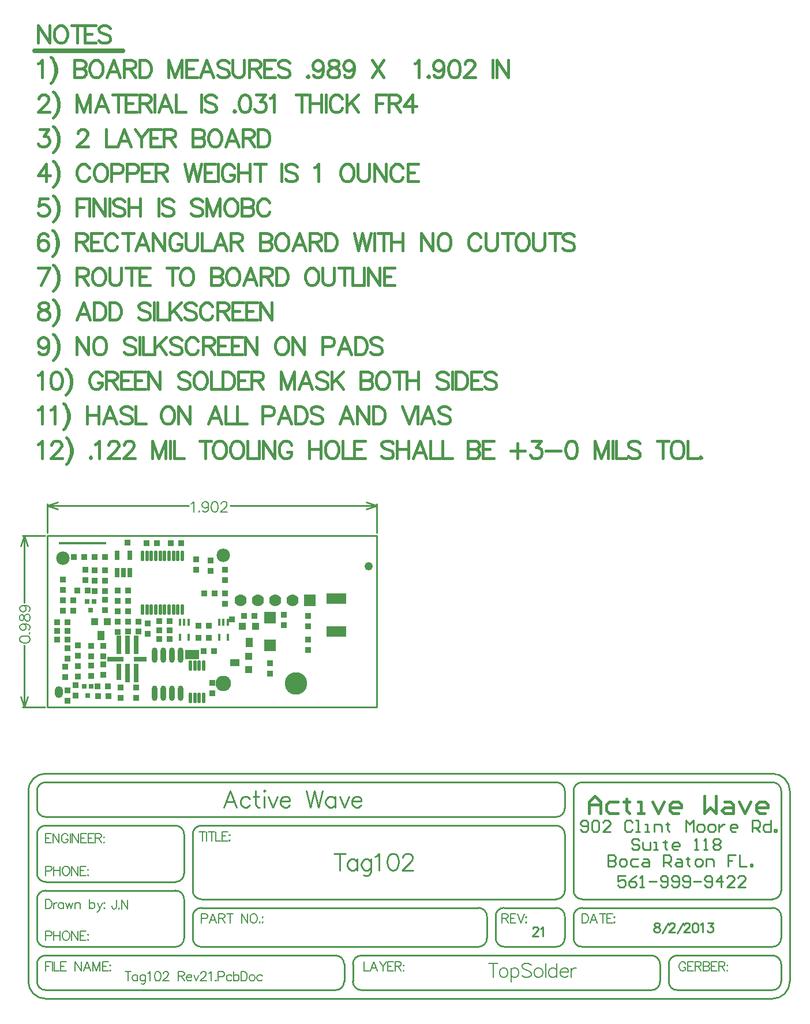
<source format=gts>
%FSLAX25Y25*%
%MOIN*%
G70*
G01*
G75*
G04 Layer_Color=8388736*
%ADD10C,0.03000*%
%ADD11R,0.11024X0.05512*%
%ADD12R,0.03600X0.03600*%
%ADD13R,0.05000X0.03600*%
%ADD14R,0.02362X0.02362*%
%ADD15C,0.04000*%
%ADD16R,0.07400X0.04500*%
%ADD17R,0.03600X0.03600*%
%ADD18R,0.03600X0.05000*%
%ADD19R,0.02000X0.05000*%
%ADD20R,0.06299X0.05906*%
%ADD21R,0.02362X0.10000*%
%ADD22R,0.02362X0.09000*%
%ADD23R,0.07000X0.02362*%
%ADD24R,0.09000X0.02362*%
%ADD25O,0.02400X0.08000*%
%ADD26R,0.01378X0.03543*%
%ADD27R,0.01378X0.03543*%
%ADD28O,0.01600X0.06000*%
%ADD29O,0.01600X0.06000*%
%ADD30R,0.03000X0.03000*%
%ADD31R,0.03000X0.03000*%
%ADD32C,0.02500*%
%ADD33C,0.01000*%
%ADD34C,0.00800*%
%ADD35C,0.01500*%
%ADD36C,0.01228*%
%ADD37C,0.02000*%
%ADD38C,0.01200*%
%ADD39C,0.01400*%
%ADD40C,0.01600*%
%ADD41C,0.00600*%
%ADD42C,0.00900*%
%ADD43C,0.00500*%
%ADD44C,0.12200*%
%ADD45C,0.07000*%
%ADD46O,0.04000X0.06000*%
%ADD47C,0.06200*%
%ADD48R,0.06200X0.06200*%
%ADD49C,0.02800*%
%ADD50R,0.05700X0.03500*%
%ADD51R,0.07000X0.07000*%
%ADD52R,0.23622X0.11811*%
%ADD53R,0.16000X0.18000*%
%ADD54R,0.20000X0.10000*%
%ADD55C,0.02000*%
%ADD56C,0.03200*%
%ADD57C,0.00984*%
%ADD58C,0.03500*%
%ADD59R,0.05500X0.07800*%
%ADD60R,0.05500X0.08300*%
%ADD61R,0.03200X0.03600*%
%ADD62R,0.27300X0.01800*%
%ADD63R,0.11824X0.06312*%
%ADD64R,0.04400X0.04400*%
%ADD65R,0.05800X0.04400*%
%ADD66R,0.03162X0.03162*%
%ADD67C,0.04800*%
%ADD68R,0.08200X0.05300*%
%ADD69R,0.04400X0.04400*%
%ADD70R,0.04400X0.05800*%
%ADD71R,0.02800X0.05800*%
%ADD72R,0.07099X0.06706*%
%ADD73R,0.03162X0.10800*%
%ADD74R,0.03162X0.09800*%
%ADD75R,0.07800X0.03162*%
%ADD76R,0.09800X0.03162*%
%ADD77O,0.03200X0.08800*%
%ADD78R,0.01778X0.03943*%
%ADD79R,0.01778X0.03943*%
%ADD80O,0.02000X0.06400*%
%ADD81O,0.02000X0.06400*%
%ADD82R,0.03800X0.03800*%
%ADD83R,0.03800X0.03800*%
%ADD84C,0.13000*%
%ADD85C,0.07800*%
%ADD86C,0.09000*%
%ADD87O,0.04800X0.06800*%
D32*
X-192940Y297850D02*
X-141940D01*
D33*
X4800Y19300D02*
Y36000D01*
X-185400Y19300D02*
Y36000D01*
X-79817Y35000D02*
X4800D01*
X-185400D02*
X-103983D01*
X-1200Y37000D02*
X4800Y35000D01*
X-1200Y33000D02*
X4800Y35000D01*
X-185400D02*
X-179400Y33000D01*
X-185400Y35000D02*
X-179400Y37000D01*
X-200000Y17800D02*
X-186900D01*
X-200000Y-81100D02*
X-186900D01*
X-199000Y-20838D02*
Y17800D01*
Y-81100D02*
Y-45662D01*
X-201000Y11800D02*
X-199000Y17800D01*
X-197000Y11800D01*
X-199000Y-81100D02*
X-197000Y-75100D01*
X-201000D02*
X-199000Y-81100D01*
X4800D02*
Y17800D01*
X-185400D02*
X4800D01*
X-185400Y-81100D02*
X4800D01*
X-185400D02*
Y17800D01*
X-14008Y-229618D02*
G03*
X-19008Y-224618I-5000J0D01*
G01*
X-18892Y-244618D02*
G03*
X-14010Y-239650I84J4800D01*
G01*
X-4008Y-224618D02*
G03*
X-9008Y-229618I0J-5000D01*
G01*
Y-239618D02*
G03*
X-4095Y-244617I5000J0D01*
G01*
X168492Y-229618D02*
G03*
X163492Y-224618I-5000J0D01*
G01*
X163608Y-244618D02*
G03*
X168490Y-239650I84J4800D01*
G01*
X173492Y-239718D02*
G03*
X178478Y-244617I4900J0D01*
G01*
X178492Y-224618D02*
G03*
X173492Y-229618I0J-5000D01*
G01*
X-106508Y-154518D02*
G03*
X-111408Y-149618I-4900J0D01*
G01*
X-111308Y-182118D02*
G03*
X-106508Y-177318I0J4800D01*
G01*
Y-192018D02*
G03*
X-111579Y-187121I-4900J0D01*
G01*
X-101508Y-187218D02*
G03*
X-96608Y-192118I4900J0D01*
G01*
X-101508Y-214718D02*
G03*
X-96608Y-219618I4900J0D01*
G01*
X-111408D02*
G03*
X-106508Y-214718I0J4900D01*
G01*
X68492Y-202018D02*
G03*
X63592Y-197118I-4900J0D01*
G01*
Y-219618D02*
G03*
X68491Y-214632I0J4900D01*
G01*
X73492Y-214518D02*
G03*
X78503Y-219617I5100J0D01*
G01*
X78292Y-197118D02*
G03*
X73499Y-202169I0J-4800D01*
G01*
X-96508Y-197118D02*
G03*
X-101508Y-202118I0J-5000D01*
G01*
X-96508Y-149618D02*
G03*
X-101508Y-154618I0J-5000D01*
G01*
X-191508Y-214618D02*
G03*
X-186595Y-219617I5000J0D01*
G01*
X-186508Y-187118D02*
G03*
X-191508Y-192118I0J-5000D01*
G01*
Y-177118D02*
G03*
X-186508Y-182118I5000J0D01*
G01*
Y-149618D02*
G03*
X-191508Y-154618I0J-5000D01*
G01*
Y-139618D02*
G03*
X-186508Y-144618I5000J0D01*
G01*
Y-124618D02*
G03*
X-191508Y-129618I0J-5000D01*
G01*
X113492D02*
G03*
X108492Y-124618I-5000J0D01*
G01*
X123492D02*
G03*
X118492Y-129618I0J-5000D01*
G01*
X108492Y-144618D02*
G03*
X113492Y-139618I0J5000D01*
G01*
Y-154618D02*
G03*
X108492Y-149618I-5000J0D01*
G01*
X-186508Y-224618D02*
G03*
X-191508Y-229618I0J-5000D01*
G01*
X108579Y-192118D02*
G03*
X113493Y-187118I-87J5000D01*
G01*
X-191508Y-239618D02*
G03*
X-186595Y-244617I5000J0D01*
G01*
X113492Y-202018D02*
G03*
X108592Y-197118I-4900J0D01*
G01*
X118492Y-214718D02*
G03*
X123477Y-219617I4900J0D01*
G01*
X108492Y-219618D02*
G03*
X113492Y-214618I0J5000D01*
G01*
X233492Y-244618D02*
G03*
X238492Y-239618I0J5000D01*
G01*
X238492Y-229530D02*
G03*
X233492Y-224617I-5000J-87D01*
G01*
Y-219618D02*
G03*
X238492Y-214618I0J5000D01*
G01*
Y-129518D02*
G03*
X233421Y-124621I-4900J0D01*
G01*
X243492Y-129618D02*
G03*
X233492Y-119618I-10000J0D01*
G01*
Y-249618D02*
G03*
X243492Y-239618I0J10000D01*
G01*
X-196508Y-239518D02*
G03*
X-186584Y-249616I10100J0D01*
G01*
X-186508Y-119618D02*
G03*
X-196508Y-129618I0J-10000D01*
G01*
X118492Y-187118D02*
G03*
X123492Y-192118I5000J0D01*
G01*
X233492D02*
G03*
X238492Y-187118I0J5000D01*
G01*
X123492Y-197118D02*
G03*
X118492Y-202118I0J-5000D01*
G01*
X238492Y-202018D02*
G03*
X233592Y-197118I-4900J0D01*
G01*
X-4008Y-244618D02*
X163492D01*
X-186508D02*
X-19008D01*
X-186508Y-224618D02*
X-19008D01*
X-4008D02*
X163492D01*
X178492Y-244618D02*
X233492D01*
X178492Y-224618D02*
X233492D01*
X-186508Y-124618D02*
X108492D01*
X-186508Y-249618D02*
X233492D01*
X-186508Y-119618D02*
X233492D01*
X-186508Y-219618D02*
X-111508D01*
X-186508Y-187118D02*
X-111508D01*
X-186508Y-182118D02*
X-111508D01*
X-186508Y-149618D02*
X-111508D01*
X-186508Y-144618D02*
X108492D01*
X-96508Y-149618D02*
X108492D01*
X-96508Y-197118D02*
X63492D01*
X-96508Y-219618D02*
X63492D01*
X78492D02*
X108492D01*
X78492Y-197118D02*
X108492D01*
X123492Y-219618D02*
X233492D01*
X123492Y-124618D02*
X233492D01*
X-96508Y-192118D02*
X108492D01*
X123492D02*
X233492D01*
X123492Y-197118D02*
X233492D01*
X-14008Y-239618D02*
Y-229618D01*
X-9008Y-239618D02*
Y-229618D01*
X168492Y-239618D02*
Y-229618D01*
X173492Y-239618D02*
Y-229618D01*
X243492Y-239618D02*
Y-129618D01*
X-191508Y-214618D02*
Y-192118D01*
X-106508Y-214618D02*
Y-192118D01*
X-191508Y-177118D02*
Y-154618D01*
X-106508Y-177118D02*
Y-154618D01*
X-191508Y-139618D02*
Y-129618D01*
X113492Y-139618D02*
Y-129618D01*
Y-187118D02*
Y-154618D01*
X-101508Y-187118D02*
Y-154618D01*
X68492Y-214618D02*
Y-202118D01*
X-101508Y-214618D02*
Y-202118D01*
X73492Y-214618D02*
Y-202118D01*
X113492Y-214618D02*
Y-202118D01*
X238492Y-239618D02*
Y-229618D01*
X-191508Y-239618D02*
Y-229618D01*
X-196508Y-239618D02*
Y-129618D01*
X118492Y-187118D02*
Y-129618D01*
X238492Y-187118D02*
Y-129618D01*
X118492Y-214618D02*
Y-202118D01*
X238492Y-214618D02*
Y-202018D01*
X138652Y-166692D02*
Y-173090D01*
X141851D01*
X142918Y-172023D01*
Y-170957D01*
X141851Y-169891D01*
X138652D01*
X141851D01*
X142918Y-168825D01*
Y-167758D01*
X141851Y-166692D01*
X138652D01*
X146116Y-173090D02*
X148249D01*
X149316Y-172023D01*
Y-169891D01*
X148249Y-168825D01*
X146116D01*
X145050Y-169891D01*
Y-172023D01*
X146116Y-173090D01*
X155713Y-168825D02*
X152514D01*
X151448Y-169891D01*
Y-172023D01*
X152514Y-173090D01*
X155713D01*
X158912Y-168825D02*
X161045D01*
X162111Y-169891D01*
Y-173090D01*
X158912D01*
X157846Y-172023D01*
X158912Y-170957D01*
X162111D01*
X170642Y-173090D02*
Y-166692D01*
X173841D01*
X174907Y-167758D01*
Y-169891D01*
X173841Y-170957D01*
X170642D01*
X172775D02*
X174907Y-173090D01*
X178106Y-168825D02*
X180239D01*
X181305Y-169891D01*
Y-173090D01*
X178106D01*
X177040Y-172023D01*
X178106Y-170957D01*
X181305D01*
X184504Y-167758D02*
Y-168825D01*
X183438D01*
X185570D01*
X184504D01*
Y-172023D01*
X185570Y-173090D01*
X189836D02*
X191968D01*
X193035Y-172023D01*
Y-169891D01*
X191968Y-168825D01*
X189836D01*
X188769Y-169891D01*
Y-172023D01*
X189836Y-173090D01*
X195167D02*
Y-168825D01*
X198366D01*
X199433Y-169891D01*
Y-173090D01*
X212228Y-166692D02*
X207963D01*
Y-169891D01*
X210096D01*
X207963D01*
Y-173090D01*
X214361Y-166692D02*
Y-173090D01*
X218626D01*
X220759D02*
Y-172023D01*
X221825D01*
Y-173090D01*
X220759D01*
X122652Y-152023D02*
X123719Y-153090D01*
X125851D01*
X126918Y-152023D01*
Y-147758D01*
X125851Y-146692D01*
X123719D01*
X122652Y-147758D01*
Y-148825D01*
X123719Y-149891D01*
X126918D01*
X129050Y-147758D02*
X130116Y-146692D01*
X132249D01*
X133316Y-147758D01*
Y-152023D01*
X132249Y-153090D01*
X130116D01*
X129050Y-152023D01*
Y-147758D01*
X139713Y-153090D02*
X135448D01*
X139713Y-148825D01*
Y-147758D01*
X138647Y-146692D01*
X136514D01*
X135448Y-147758D01*
X152509D02*
X151443Y-146692D01*
X149310D01*
X148244Y-147758D01*
Y-152023D01*
X149310Y-153090D01*
X151443D01*
X152509Y-152023D01*
X154642Y-153090D02*
X156774D01*
X155708D01*
Y-146692D01*
X154642D01*
X159974Y-153090D02*
X162106D01*
X161040D01*
Y-148825D01*
X159974D01*
X165305Y-153090D02*
Y-148825D01*
X168504D01*
X169570Y-149891D01*
Y-153090D01*
X172769Y-147758D02*
Y-148825D01*
X171703D01*
X173836D01*
X172769D01*
Y-152023D01*
X173836Y-153090D01*
X183433D02*
Y-146692D01*
X185565Y-148825D01*
X187698Y-146692D01*
Y-153090D01*
X190897D02*
X193029D01*
X194096Y-152023D01*
Y-149891D01*
X193029Y-148825D01*
X190897D01*
X189831Y-149891D01*
Y-152023D01*
X190897Y-153090D01*
X197295D02*
X199427D01*
X200494Y-152023D01*
Y-149891D01*
X199427Y-148825D01*
X197295D01*
X196228Y-149891D01*
Y-152023D01*
X197295Y-153090D01*
X202626Y-148825D02*
Y-153090D01*
Y-150957D01*
X203693Y-149891D01*
X204759Y-148825D01*
X205825D01*
X212223Y-153090D02*
X210091D01*
X209024Y-152023D01*
Y-149891D01*
X210091Y-148825D01*
X212223D01*
X213290Y-149891D01*
Y-150957D01*
X209024D01*
X221820Y-153090D02*
Y-146692D01*
X225019D01*
X226085Y-147758D01*
Y-149891D01*
X225019Y-150957D01*
X221820D01*
X223953D02*
X226085Y-153090D01*
X232483Y-146692D02*
Y-153090D01*
X229284D01*
X228218Y-152023D01*
Y-149891D01*
X229284Y-148825D01*
X232483D01*
X234616Y-153090D02*
Y-152023D01*
X235682D01*
Y-153090D01*
X234616D01*
X148417Y-178692D02*
X144152D01*
Y-181891D01*
X146285Y-180824D01*
X147351D01*
X148417Y-181891D01*
Y-184023D01*
X147351Y-185090D01*
X145219D01*
X144152Y-184023D01*
X154815Y-178692D02*
X152683Y-179758D01*
X150550Y-181891D01*
Y-184023D01*
X151617Y-185090D01*
X153749D01*
X154815Y-184023D01*
Y-182957D01*
X153749Y-181891D01*
X150550D01*
X156948Y-185090D02*
X159081D01*
X158014D01*
Y-178692D01*
X156948Y-179758D01*
X162280Y-181891D02*
X166545D01*
X168678Y-184023D02*
X169744Y-185090D01*
X171877D01*
X172943Y-184023D01*
Y-179758D01*
X171877Y-178692D01*
X169744D01*
X168678Y-179758D01*
Y-180824D01*
X169744Y-181891D01*
X172943D01*
X175076Y-184023D02*
X176142Y-185090D01*
X178275D01*
X179341Y-184023D01*
Y-179758D01*
X178275Y-178692D01*
X176142D01*
X175076Y-179758D01*
Y-180824D01*
X176142Y-181891D01*
X179341D01*
X181474Y-184023D02*
X182540Y-185090D01*
X184672D01*
X185739Y-184023D01*
Y-179758D01*
X184672Y-178692D01*
X182540D01*
X181474Y-179758D01*
Y-180824D01*
X182540Y-181891D01*
X185739D01*
X187871D02*
X192137D01*
X194269Y-184023D02*
X195336Y-185090D01*
X197468D01*
X198535Y-184023D01*
Y-179758D01*
X197468Y-178692D01*
X195336D01*
X194269Y-179758D01*
Y-180824D01*
X195336Y-181891D01*
X198535D01*
X203866Y-185090D02*
Y-178692D01*
X200667Y-181891D01*
X204933D01*
X211331Y-185090D02*
X207065D01*
X211331Y-180824D01*
Y-179758D01*
X210264Y-178692D01*
X208132D01*
X207065Y-179758D01*
X217728Y-185090D02*
X213463D01*
X217728Y-180824D01*
Y-179758D01*
X216662Y-178692D01*
X214529D01*
X213463Y-179758D01*
X156418Y-158258D02*
X155351Y-157192D01*
X153219D01*
X152152Y-158258D01*
Y-159325D01*
X153219Y-160391D01*
X155351D01*
X156418Y-161457D01*
Y-162523D01*
X155351Y-163590D01*
X153219D01*
X152152Y-162523D01*
X158550Y-159325D02*
Y-162523D01*
X159616Y-163590D01*
X162815D01*
Y-159325D01*
X164948Y-163590D02*
X167081D01*
X166014D01*
Y-159325D01*
X164948D01*
X171346Y-158258D02*
Y-159325D01*
X170280D01*
X172412D01*
X171346D01*
Y-162523D01*
X172412Y-163590D01*
X178810D02*
X176678D01*
X175611Y-162523D01*
Y-160391D01*
X176678Y-159325D01*
X178810D01*
X179877Y-160391D01*
Y-161457D01*
X175611D01*
X188407Y-163590D02*
X190540D01*
X189473D01*
Y-157192D01*
X188407Y-158258D01*
X193739Y-163590D02*
X195871D01*
X194805D01*
Y-157192D01*
X193739Y-158258D01*
X199070D02*
X200137Y-157192D01*
X202269D01*
X203336Y-158258D01*
Y-159325D01*
X202269Y-160391D01*
X203336Y-161457D01*
Y-162523D01*
X202269Y-163590D01*
X200137D01*
X199070Y-162523D01*
Y-161457D01*
X200137Y-160391D01*
X199070Y-159325D01*
Y-158258D01*
X200137Y-160391D02*
X202269D01*
D34*
X72066Y-229202D02*
Y-237200D01*
X69400Y-229202D02*
X74732D01*
X77589Y-231868D02*
X76827Y-232249D01*
X76065Y-233010D01*
X75684Y-234153D01*
Y-234915D01*
X76065Y-236057D01*
X76827Y-236819D01*
X77589Y-237200D01*
X78731D01*
X79493Y-236819D01*
X80255Y-236057D01*
X80636Y-234915D01*
Y-234153D01*
X80255Y-233010D01*
X79493Y-232249D01*
X78731Y-231868D01*
X77589D01*
X82388D02*
Y-239866D01*
Y-233010D02*
X83149Y-232249D01*
X83911Y-231868D01*
X85054D01*
X85816Y-232249D01*
X86577Y-233010D01*
X86958Y-234153D01*
Y-234915D01*
X86577Y-236057D01*
X85816Y-236819D01*
X85054Y-237200D01*
X83911D01*
X83149Y-236819D01*
X82388Y-236057D01*
X94004Y-230344D02*
X93243Y-229583D01*
X92100Y-229202D01*
X90576D01*
X89434Y-229583D01*
X88672Y-230344D01*
Y-231106D01*
X89053Y-231868D01*
X89434Y-232249D01*
X90196Y-232630D01*
X92481Y-233391D01*
X93243Y-233772D01*
X93623Y-234153D01*
X94004Y-234915D01*
Y-236057D01*
X93243Y-236819D01*
X92100Y-237200D01*
X90576D01*
X89434Y-236819D01*
X88672Y-236057D01*
X97699Y-231868D02*
X96937Y-232249D01*
X96175Y-233010D01*
X95794Y-234153D01*
Y-234915D01*
X96175Y-236057D01*
X96937Y-236819D01*
X97699Y-237200D01*
X98841D01*
X99603Y-236819D01*
X100365Y-236057D01*
X100746Y-234915D01*
Y-234153D01*
X100365Y-233010D01*
X99603Y-232249D01*
X98841Y-231868D01*
X97699D01*
X102498Y-229202D02*
Y-237200D01*
X108744Y-229202D02*
Y-237200D01*
Y-233010D02*
X107982Y-232249D01*
X107220Y-231868D01*
X106078D01*
X105316Y-232249D01*
X104554Y-233010D01*
X104174Y-234153D01*
Y-234915D01*
X104554Y-236057D01*
X105316Y-236819D01*
X106078Y-237200D01*
X107220D01*
X107982Y-236819D01*
X108744Y-236057D01*
X110877Y-234153D02*
X115447D01*
Y-233391D01*
X115066Y-232630D01*
X114685Y-232249D01*
X113924Y-231868D01*
X112781D01*
X112020Y-232249D01*
X111258Y-233010D01*
X110877Y-234153D01*
Y-234915D01*
X111258Y-236057D01*
X112020Y-236819D01*
X112781Y-237200D01*
X113924D01*
X114685Y-236819D01*
X115447Y-236057D01*
X117161Y-231868D02*
Y-237200D01*
Y-234153D02*
X117542Y-233010D01*
X118304Y-232249D01*
X119066Y-231868D01*
X120208D01*
X-145672Y-192391D02*
Y-196454D01*
X-145926Y-197215D01*
X-146180Y-197469D01*
X-146688Y-197723D01*
X-147196D01*
X-147704Y-197469D01*
X-147958Y-197215D01*
X-148212Y-196454D01*
Y-195946D01*
X-144047Y-197215D02*
X-144301Y-197469D01*
X-144047Y-197723D01*
X-143793Y-197469D01*
X-144047Y-197215D01*
X-142625Y-192391D02*
Y-197723D01*
Y-192391D02*
X-139070Y-197723D01*
Y-192391D02*
Y-197723D01*
D35*
X127652Y-142590D02*
Y-135925D01*
X130984Y-132593D01*
X134317Y-135925D01*
Y-142590D01*
Y-137591D01*
X127652D01*
X144314Y-135925D02*
X139315D01*
X137649Y-137591D01*
Y-140924D01*
X139315Y-142590D01*
X144314D01*
X149312Y-134259D02*
Y-135925D01*
X147646D01*
X150978D01*
X149312D01*
Y-140924D01*
X150978Y-142590D01*
X155976D02*
X159309D01*
X157643D01*
Y-135925D01*
X155976D01*
X164307D02*
X167639Y-142590D01*
X170972Y-135925D01*
X179302Y-142590D02*
X175970D01*
X174304Y-140924D01*
Y-137591D01*
X175970Y-135925D01*
X179302D01*
X180968Y-137591D01*
Y-139258D01*
X174304D01*
X194297Y-132593D02*
Y-142590D01*
X197630Y-139258D01*
X200962Y-142590D01*
Y-132593D01*
X205960Y-135925D02*
X209293D01*
X210959Y-137591D01*
Y-142590D01*
X205960D01*
X204294Y-140924D01*
X205960Y-139258D01*
X210959D01*
X214291Y-135925D02*
X217623Y-142590D01*
X220955Y-135925D01*
X229286Y-142590D02*
X225954D01*
X224288Y-140924D01*
Y-137591D01*
X225954Y-135925D01*
X229286D01*
X230952Y-137591D01*
Y-139258D01*
X224288D01*
X-190940Y290443D02*
X-189988Y290920D01*
X-188560Y292348D01*
Y282350D01*
X-183609Y294252D02*
X-182657Y293300D01*
X-181704Y291872D01*
X-180752Y289967D01*
X-180276Y287587D01*
Y285683D01*
X-180752Y283302D01*
X-181704Y281398D01*
X-182657Y279970D01*
X-183609Y279017D01*
X-182657Y293300D02*
X-181704Y291396D01*
X-181228Y289967D01*
X-180752Y287587D01*
Y285683D01*
X-181228Y283302D01*
X-181704Y281874D01*
X-182657Y279970D01*
X-169992Y292348D02*
Y282350D01*
Y292348D02*
X-165708D01*
X-164279Y291872D01*
X-163803Y291396D01*
X-163327Y290443D01*
Y289491D01*
X-163803Y288539D01*
X-164279Y288063D01*
X-165708Y287587D01*
X-169992D02*
X-165708D01*
X-164279Y287111D01*
X-163803Y286635D01*
X-163327Y285683D01*
Y284254D01*
X-163803Y283302D01*
X-164279Y282826D01*
X-165708Y282350D01*
X-169992D01*
X-158233Y292348D02*
X-159185Y291872D01*
X-160137Y290920D01*
X-160614Y289967D01*
X-161090Y288539D01*
Y286159D01*
X-160614Y284730D01*
X-160137Y283778D01*
X-159185Y282826D01*
X-158233Y282350D01*
X-156329D01*
X-155377Y282826D01*
X-154424Y283778D01*
X-153948Y284730D01*
X-153472Y286159D01*
Y288539D01*
X-153948Y289967D01*
X-154424Y290920D01*
X-155377Y291872D01*
X-156329Y292348D01*
X-158233D01*
X-143522Y282350D02*
X-147331Y292348D01*
X-151139Y282350D01*
X-149711Y285683D02*
X-144950D01*
X-141189Y292348D02*
Y282350D01*
Y292348D02*
X-136904D01*
X-135476Y291872D01*
X-135000Y291396D01*
X-134524Y290443D01*
Y289491D01*
X-135000Y288539D01*
X-135476Y288063D01*
X-136904Y287587D01*
X-141189D01*
X-137856D02*
X-134524Y282350D01*
X-132286Y292348D02*
Y282350D01*
Y292348D02*
X-128954D01*
X-127525Y291872D01*
X-126573Y290920D01*
X-126097Y289967D01*
X-125621Y288539D01*
Y286159D01*
X-126097Y284730D01*
X-126573Y283778D01*
X-127525Y282826D01*
X-128954Y282350D01*
X-132286D01*
X-115528Y292348D02*
Y282350D01*
Y292348D02*
X-111719Y282350D01*
X-107911Y292348D02*
X-111719Y282350D01*
X-107911Y292348D02*
Y282350D01*
X-98865Y292348D02*
X-105054D01*
Y282350D01*
X-98865D01*
X-105054Y287587D02*
X-101245D01*
X-89581Y282350D02*
X-93390Y292348D01*
X-97199Y282350D01*
X-95770Y285683D02*
X-91009D01*
X-80583Y290920D02*
X-81535Y291872D01*
X-82964Y292348D01*
X-84868D01*
X-86296Y291872D01*
X-87248Y290920D01*
Y289967D01*
X-86772Y289015D01*
X-86296Y288539D01*
X-85344Y288063D01*
X-82487Y287111D01*
X-81535Y286635D01*
X-81059Y286159D01*
X-80583Y285207D01*
Y283778D01*
X-81535Y282826D01*
X-82964Y282350D01*
X-84868D01*
X-86296Y282826D01*
X-87248Y283778D01*
X-78346Y292348D02*
Y285207D01*
X-77869Y283778D01*
X-76917Y282826D01*
X-75489Y282350D01*
X-74537D01*
X-73109Y282826D01*
X-72156Y283778D01*
X-71680Y285207D01*
Y292348D01*
X-68919D02*
Y282350D01*
Y292348D02*
X-64634D01*
X-63206Y291872D01*
X-62730Y291396D01*
X-62254Y290443D01*
Y289491D01*
X-62730Y288539D01*
X-63206Y288063D01*
X-64634Y287587D01*
X-68919D01*
X-65586D02*
X-62254Y282350D01*
X-53827Y292348D02*
X-60016D01*
Y282350D01*
X-53827D01*
X-60016Y287587D02*
X-56207D01*
X-45495Y290920D02*
X-46448Y291872D01*
X-47876Y292348D01*
X-49780D01*
X-51209Y291872D01*
X-52161Y290920D01*
Y289967D01*
X-51684Y289015D01*
X-51209Y288539D01*
X-50256Y288063D01*
X-47400Y287111D01*
X-46448Y286635D01*
X-45972Y286159D01*
X-45495Y285207D01*
Y283778D01*
X-46448Y282826D01*
X-47876Y282350D01*
X-49780D01*
X-51209Y282826D01*
X-52161Y283778D01*
X-34926Y283302D02*
X-35402Y282826D01*
X-34926Y282350D01*
X-34450Y282826D01*
X-34926Y283302D01*
X-26071Y289015D02*
X-26547Y287587D01*
X-27499Y286635D01*
X-28927Y286159D01*
X-29404D01*
X-30832Y286635D01*
X-31784Y287587D01*
X-32260Y289015D01*
Y289491D01*
X-31784Y290920D01*
X-30832Y291872D01*
X-29404Y292348D01*
X-28927D01*
X-27499Y291872D01*
X-26547Y290920D01*
X-26071Y289015D01*
Y286635D01*
X-26547Y284254D01*
X-27499Y282826D01*
X-28927Y282350D01*
X-29880D01*
X-31308Y282826D01*
X-31784Y283778D01*
X-20977Y292348D02*
X-22405Y291872D01*
X-22881Y290920D01*
Y289967D01*
X-22405Y289015D01*
X-21453Y288539D01*
X-19549Y288063D01*
X-18120Y287587D01*
X-17168Y286635D01*
X-16692Y285683D01*
Y284254D01*
X-17168Y283302D01*
X-17644Y282826D01*
X-19072Y282350D01*
X-20977D01*
X-22405Y282826D01*
X-22881Y283302D01*
X-23357Y284254D01*
Y285683D01*
X-22881Y286635D01*
X-21929Y287587D01*
X-20501Y288063D01*
X-18596Y288539D01*
X-17644Y289015D01*
X-17168Y289967D01*
Y290920D01*
X-17644Y291872D01*
X-19072Y292348D01*
X-20977D01*
X-8265Y289015D02*
X-8741Y287587D01*
X-9694Y286635D01*
X-11122Y286159D01*
X-11598D01*
X-13026Y286635D01*
X-13978Y287587D01*
X-14454Y289015D01*
Y289491D01*
X-13978Y290920D01*
X-13026Y291872D01*
X-11598Y292348D01*
X-11122D01*
X-9694Y291872D01*
X-8741Y290920D01*
X-8265Y289015D01*
Y286635D01*
X-8741Y284254D01*
X-9694Y282826D01*
X-11122Y282350D01*
X-12074D01*
X-13502Y282826D01*
X-13978Y283778D01*
X2304Y292348D02*
X8969Y282350D01*
Y292348D02*
X2304Y282350D01*
X26918Y290443D02*
X27870Y290920D01*
X29298Y292348D01*
Y282350D01*
X34725Y283302D02*
X34249Y282826D01*
X34725Y282350D01*
X35202Y282826D01*
X34725Y283302D01*
X43581Y289015D02*
X43105Y287587D01*
X42153Y286635D01*
X40724Y286159D01*
X40248D01*
X38820Y286635D01*
X37868Y287587D01*
X37392Y289015D01*
Y289491D01*
X37868Y290920D01*
X38820Y291872D01*
X40248Y292348D01*
X40724D01*
X42153Y291872D01*
X43105Y290920D01*
X43581Y289015D01*
Y286635D01*
X43105Y284254D01*
X42153Y282826D01*
X40724Y282350D01*
X39772D01*
X38344Y282826D01*
X37868Y283778D01*
X49151Y292348D02*
X47723Y291872D01*
X46771Y290443D01*
X46294Y288063D01*
Y286635D01*
X46771Y284254D01*
X47723Y282826D01*
X49151Y282350D01*
X50103D01*
X51531Y282826D01*
X52484Y284254D01*
X52960Y286635D01*
Y288063D01*
X52484Y290443D01*
X51531Y291872D01*
X50103Y292348D01*
X49151D01*
X55673Y289967D02*
Y290443D01*
X56150Y291396D01*
X56625Y291872D01*
X57578Y292348D01*
X59482D01*
X60434Y291872D01*
X60910Y291396D01*
X61386Y290443D01*
Y289491D01*
X60910Y288539D01*
X59958Y287111D01*
X55197Y282350D01*
X61862D01*
X71956Y292348D02*
Y282350D01*
X74050Y292348D02*
Y282350D01*
Y292348D02*
X80716Y282350D01*
Y292348D02*
Y282350D01*
X-190940Y312348D02*
Y302350D01*
Y312348D02*
X-184275Y302350D01*
Y312348D02*
Y302350D01*
X-178657Y312348D02*
X-179610Y311872D01*
X-180562Y310920D01*
X-181038Y309967D01*
X-181514Y308539D01*
Y306159D01*
X-181038Y304730D01*
X-180562Y303778D01*
X-179610Y302826D01*
X-178657Y302350D01*
X-176753D01*
X-175801Y302826D01*
X-174849Y303778D01*
X-174372Y304730D01*
X-173896Y306159D01*
Y308539D01*
X-174372Y309967D01*
X-174849Y310920D01*
X-175801Y311872D01*
X-176753Y312348D01*
X-178657D01*
X-168231D02*
Y302350D01*
X-171564Y312348D02*
X-164898D01*
X-157519D02*
X-163708D01*
Y302350D01*
X-157519D01*
X-163708Y307587D02*
X-159899D01*
X-149187Y310920D02*
X-150140Y311872D01*
X-151568Y312348D01*
X-153472D01*
X-154901Y311872D01*
X-155853Y310920D01*
Y309967D01*
X-155377Y309015D01*
X-154901Y308539D01*
X-153948Y308063D01*
X-151092Y307111D01*
X-150140Y306635D01*
X-149663Y306159D01*
X-149187Y305206D01*
Y303778D01*
X-150140Y302826D01*
X-151568Y302350D01*
X-153472D01*
X-154901Y302826D01*
X-155853Y303778D01*
X-190940Y110443D02*
X-189988Y110920D01*
X-188560Y112348D01*
Y102350D01*
X-180752Y112348D02*
X-182180Y111872D01*
X-183133Y110443D01*
X-183609Y108063D01*
Y106635D01*
X-183133Y104254D01*
X-182180Y102826D01*
X-180752Y102350D01*
X-179800D01*
X-178372Y102826D01*
X-177419Y104254D01*
X-176943Y106635D01*
Y108063D01*
X-177419Y110443D01*
X-178372Y111872D01*
X-179800Y112348D01*
X-180752D01*
X-174706Y114252D02*
X-173754Y113300D01*
X-172801Y111872D01*
X-171849Y109967D01*
X-171373Y107587D01*
Y105683D01*
X-171849Y103302D01*
X-172801Y101398D01*
X-173754Y99970D01*
X-174706Y99017D01*
X-173754Y113300D02*
X-172801Y111396D01*
X-172325Y109967D01*
X-171849Y107587D01*
Y105683D01*
X-172325Y103302D01*
X-172801Y101874D01*
X-173754Y99970D01*
X-153948Y109967D02*
X-154424Y110920D01*
X-155377Y111872D01*
X-156329Y112348D01*
X-158233D01*
X-159185Y111872D01*
X-160137Y110920D01*
X-160614Y109967D01*
X-161090Y108539D01*
Y106159D01*
X-160614Y104730D01*
X-160137Y103778D01*
X-159185Y102826D01*
X-158233Y102350D01*
X-156329D01*
X-155377Y102826D01*
X-154424Y103778D01*
X-153948Y104730D01*
Y106159D01*
X-156329D02*
X-153948D01*
X-151663Y112348D02*
Y102350D01*
Y112348D02*
X-147378D01*
X-145950Y111872D01*
X-145474Y111396D01*
X-144998Y110443D01*
Y109491D01*
X-145474Y108539D01*
X-145950Y108063D01*
X-147378Y107587D01*
X-151663D01*
X-148330D02*
X-144998Y102350D01*
X-136571Y112348D02*
X-142760D01*
Y102350D01*
X-136571D01*
X-142760Y107587D02*
X-138952D01*
X-128716Y112348D02*
X-134905D01*
Y102350D01*
X-128716D01*
X-134905Y107587D02*
X-131096D01*
X-127049Y112348D02*
Y102350D01*
Y112348D02*
X-120384Y102350D01*
Y112348D02*
Y102350D01*
X-103102Y110920D02*
X-104054Y111872D01*
X-105482Y112348D01*
X-107387D01*
X-108815Y111872D01*
X-109767Y110920D01*
Y109967D01*
X-109291Y109015D01*
X-108815Y108539D01*
X-107863Y108063D01*
X-105006Y107111D01*
X-104054Y106635D01*
X-103578Y106159D01*
X-103102Y105207D01*
Y103778D01*
X-104054Y102826D01*
X-105482Y102350D01*
X-107387D01*
X-108815Y102826D01*
X-109767Y103778D01*
X-98008Y112348D02*
X-98960Y111872D01*
X-99912Y110920D01*
X-100388Y109967D01*
X-100865Y108539D01*
Y106159D01*
X-100388Y104730D01*
X-99912Y103778D01*
X-98960Y102826D01*
X-98008Y102350D01*
X-96104D01*
X-95151Y102826D01*
X-94199Y103778D01*
X-93723Y104730D01*
X-93247Y106159D01*
Y108539D01*
X-93723Y109967D01*
X-94199Y110920D01*
X-95151Y111872D01*
X-96104Y112348D01*
X-98008D01*
X-90914D02*
Y102350D01*
X-85201D01*
X-84106Y112348D02*
Y102350D01*
Y112348D02*
X-80774D01*
X-79345Y111872D01*
X-78393Y110920D01*
X-77917Y109967D01*
X-77441Y108539D01*
Y106159D01*
X-77917Y104730D01*
X-78393Y103778D01*
X-79345Y102826D01*
X-80774Y102350D01*
X-84106D01*
X-69014Y112348D02*
X-75203D01*
Y102350D01*
X-69014D01*
X-75203Y107587D02*
X-71395D01*
X-67348Y112348D02*
Y102350D01*
Y112348D02*
X-63063D01*
X-61635Y111872D01*
X-61159Y111396D01*
X-60683Y110443D01*
Y109491D01*
X-61159Y108539D01*
X-61635Y108063D01*
X-63063Y107587D01*
X-67348D01*
X-64015D02*
X-60683Y102350D01*
X-50590Y112348D02*
Y102350D01*
Y112348D02*
X-46781Y102350D01*
X-42972Y112348D02*
X-46781Y102350D01*
X-42972Y112348D02*
Y102350D01*
X-32498D02*
X-36307Y112348D01*
X-40116Y102350D01*
X-38687Y105683D02*
X-33926D01*
X-23500Y110920D02*
X-24452Y111872D01*
X-25881Y112348D01*
X-27785D01*
X-29213Y111872D01*
X-30165Y110920D01*
Y109967D01*
X-29689Y109015D01*
X-29213Y108539D01*
X-28261Y108063D01*
X-25405Y107111D01*
X-24452Y106635D01*
X-23976Y106159D01*
X-23500Y105207D01*
Y103778D01*
X-24452Y102826D01*
X-25881Y102350D01*
X-27785D01*
X-29213Y102826D01*
X-30165Y103778D01*
X-21262Y112348D02*
Y102350D01*
X-14597Y112348D02*
X-21262Y105683D01*
X-18882Y108063D02*
X-14597Y102350D01*
X-4504Y112348D02*
Y102350D01*
Y112348D02*
X-219D01*
X1209Y111872D01*
X1685Y111396D01*
X2161Y110443D01*
Y109491D01*
X1685Y108539D01*
X1209Y108063D01*
X-219Y107587D01*
X-4504D02*
X-219D01*
X1209Y107111D01*
X1685Y106635D01*
X2161Y105683D01*
Y104254D01*
X1685Y103302D01*
X1209Y102826D01*
X-219Y102350D01*
X-4504D01*
X7255Y112348D02*
X6303Y111872D01*
X5351Y110920D01*
X4875Y109967D01*
X4399Y108539D01*
Y106159D01*
X4875Y104730D01*
X5351Y103778D01*
X6303Y102826D01*
X7255Y102350D01*
X9160D01*
X10112Y102826D01*
X11064Y103778D01*
X11540Y104730D01*
X12016Y106159D01*
Y108539D01*
X11540Y109967D01*
X11064Y110920D01*
X10112Y111872D01*
X9160Y112348D01*
X7255D01*
X17682D02*
Y102350D01*
X14349Y112348D02*
X21014D01*
X22204D02*
Y102350D01*
X28870Y112348D02*
Y102350D01*
X22204Y107587D02*
X28870D01*
X46152Y110920D02*
X45199Y111872D01*
X43771Y112348D01*
X41867D01*
X40439Y111872D01*
X39486Y110920D01*
Y109967D01*
X39963Y109015D01*
X40439Y108539D01*
X41391Y108063D01*
X44247Y107111D01*
X45199Y106635D01*
X45676Y106159D01*
X46152Y105207D01*
Y103778D01*
X45199Y102826D01*
X43771Y102350D01*
X41867D01*
X40439Y102826D01*
X39486Y103778D01*
X48389Y112348D02*
Y102350D01*
X50484Y112348D02*
Y102350D01*
Y112348D02*
X53817D01*
X55245Y111872D01*
X56197Y110920D01*
X56673Y109967D01*
X57149Y108539D01*
Y106159D01*
X56673Y104730D01*
X56197Y103778D01*
X55245Y102826D01*
X53817Y102350D01*
X50484D01*
X65576Y112348D02*
X59387D01*
Y102350D01*
X65576D01*
X59387Y107587D02*
X63196D01*
X73908Y110920D02*
X72955Y111872D01*
X71527Y112348D01*
X69623D01*
X68195Y111872D01*
X67242Y110920D01*
Y109967D01*
X67718Y109015D01*
X68195Y108539D01*
X69147Y108063D01*
X72003Y107111D01*
X72955Y106635D01*
X73431Y106159D01*
X73908Y105207D01*
Y103778D01*
X72955Y102826D01*
X71527Y102350D01*
X69623D01*
X68195Y102826D01*
X67242Y103778D01*
X-189988Y252348D02*
X-184751D01*
X-187608Y248539D01*
X-186179D01*
X-185227Y248063D01*
X-184751Y247587D01*
X-184275Y246159D01*
Y245206D01*
X-184751Y243778D01*
X-185703Y242826D01*
X-187132Y242350D01*
X-188560D01*
X-189988Y242826D01*
X-190464Y243302D01*
X-190940Y244254D01*
X-182037Y254252D02*
X-181085Y253300D01*
X-180133Y251872D01*
X-179181Y249967D01*
X-178705Y247587D01*
Y245683D01*
X-179181Y243302D01*
X-180133Y241398D01*
X-181085Y239970D01*
X-182037Y239017D01*
X-181085Y253300D02*
X-180133Y251396D01*
X-179657Y249967D01*
X-179181Y247587D01*
Y245683D01*
X-179657Y243302D01*
X-180133Y241874D01*
X-181085Y239970D01*
X-167945Y249967D02*
Y250444D01*
X-167469Y251396D01*
X-166993Y251872D01*
X-166041Y252348D01*
X-164137D01*
X-163184Y251872D01*
X-162708Y251396D01*
X-162232Y250444D01*
Y249491D01*
X-162708Y248539D01*
X-163661Y247111D01*
X-168421Y242350D01*
X-161756D01*
X-151663Y252348D02*
Y242350D01*
X-145950D01*
X-137238D02*
X-141046Y252348D01*
X-144855Y242350D01*
X-143427Y245683D02*
X-138666D01*
X-134905Y252348D02*
X-131096Y247587D01*
Y242350D01*
X-127287Y252348D02*
X-131096Y247587D01*
X-119813Y252348D02*
X-126002D01*
Y242350D01*
X-119813D01*
X-126002Y247587D02*
X-122193D01*
X-118146Y252348D02*
Y242350D01*
Y252348D02*
X-113862D01*
X-112433Y251872D01*
X-111957Y251396D01*
X-111481Y250444D01*
Y249491D01*
X-111957Y248539D01*
X-112433Y248063D01*
X-113862Y247587D01*
X-118146D01*
X-114814D02*
X-111481Y242350D01*
X-101388Y252348D02*
Y242350D01*
Y252348D02*
X-97103D01*
X-95675Y251872D01*
X-95199Y251396D01*
X-94723Y250444D01*
Y249491D01*
X-95199Y248539D01*
X-95675Y248063D01*
X-97103Y247587D01*
X-101388D02*
X-97103D01*
X-95675Y247111D01*
X-95199Y246635D01*
X-94723Y245683D01*
Y244254D01*
X-95199Y243302D01*
X-95675Y242826D01*
X-97103Y242350D01*
X-101388D01*
X-89629Y252348D02*
X-90581Y251872D01*
X-91533Y250920D01*
X-92009Y249967D01*
X-92485Y248539D01*
Y246159D01*
X-92009Y244730D01*
X-91533Y243778D01*
X-90581Y242826D01*
X-89629Y242350D01*
X-87724D01*
X-86772Y242826D01*
X-85820Y243778D01*
X-85344Y244730D01*
X-84868Y246159D01*
Y248539D01*
X-85344Y249967D01*
X-85820Y250920D01*
X-86772Y251872D01*
X-87724Y252348D01*
X-89629D01*
X-74918Y242350D02*
X-78726Y252348D01*
X-82535Y242350D01*
X-81107Y245683D02*
X-76346D01*
X-72585Y252348D02*
Y242350D01*
Y252348D02*
X-68300D01*
X-66872Y251872D01*
X-66396Y251396D01*
X-65920Y250444D01*
Y249491D01*
X-66396Y248539D01*
X-66872Y248063D01*
X-68300Y247587D01*
X-72585D01*
X-69252D02*
X-65920Y242350D01*
X-63682Y252348D02*
Y242350D01*
Y252348D02*
X-60349D01*
X-58921Y251872D01*
X-57969Y250920D01*
X-57493Y249967D01*
X-57017Y248539D01*
Y246159D01*
X-57493Y244730D01*
X-57969Y243778D01*
X-58921Y242826D01*
X-60349Y242350D01*
X-63682D01*
X-186179Y232348D02*
X-190940Y225683D01*
X-183799D01*
X-186179Y232348D02*
Y222350D01*
X-182038Y234252D02*
X-181085Y233300D01*
X-180133Y231872D01*
X-179181Y229967D01*
X-178705Y227587D01*
Y225683D01*
X-179181Y223302D01*
X-180133Y221398D01*
X-181085Y219970D01*
X-182038Y219017D01*
X-181085Y233300D02*
X-180133Y231396D01*
X-179657Y229967D01*
X-179181Y227587D01*
Y225683D01*
X-179657Y223302D01*
X-180133Y221874D01*
X-181085Y219970D01*
X-161280Y229967D02*
X-161756Y230920D01*
X-162708Y231872D01*
X-163661Y232348D01*
X-165565D01*
X-166517Y231872D01*
X-167469Y230920D01*
X-167945Y229967D01*
X-168421Y228539D01*
Y226159D01*
X-167945Y224730D01*
X-167469Y223778D01*
X-166517Y222826D01*
X-165565Y222350D01*
X-163661D01*
X-162708Y222826D01*
X-161756Y223778D01*
X-161280Y224730D01*
X-155615Y232348D02*
X-156567Y231872D01*
X-157519Y230920D01*
X-157995Y229967D01*
X-158471Y228539D01*
Y226159D01*
X-157995Y224730D01*
X-157519Y223778D01*
X-156567Y222826D01*
X-155615Y222350D01*
X-153710D01*
X-152758Y222826D01*
X-151806Y223778D01*
X-151330Y224730D01*
X-150854Y226159D01*
Y228539D01*
X-151330Y229967D01*
X-151806Y230920D01*
X-152758Y231872D01*
X-153710Y232348D01*
X-155615D01*
X-148521Y227111D02*
X-144236D01*
X-142808Y227587D01*
X-142332Y228063D01*
X-141856Y229015D01*
Y230444D01*
X-142332Y231396D01*
X-142808Y231872D01*
X-144236Y232348D01*
X-148521D01*
Y222350D01*
X-139618Y227111D02*
X-135333D01*
X-133905Y227587D01*
X-133429Y228063D01*
X-132953Y229015D01*
Y230444D01*
X-133429Y231396D01*
X-133905Y231872D01*
X-135333Y232348D01*
X-139618D01*
Y222350D01*
X-124526Y232348D02*
X-130715D01*
Y222350D01*
X-124526D01*
X-130715Y227587D02*
X-126907D01*
X-122860Y232348D02*
Y222350D01*
Y232348D02*
X-118575D01*
X-117147Y231872D01*
X-116671Y231396D01*
X-116194Y230444D01*
Y229491D01*
X-116671Y228539D01*
X-117147Y228063D01*
X-118575Y227587D01*
X-122860D01*
X-119527D02*
X-116194Y222350D01*
X-106101Y232348D02*
X-103721Y222350D01*
X-101341Y232348D02*
X-103721Y222350D01*
X-101341Y232348D02*
X-98960Y222350D01*
X-96580Y232348D02*
X-98960Y222350D01*
X-88391Y232348D02*
X-94580D01*
Y222350D01*
X-88391D01*
X-94580Y227587D02*
X-90771D01*
X-86725Y232348D02*
Y222350D01*
X-77488Y229967D02*
X-77965Y230920D01*
X-78917Y231872D01*
X-79869Y232348D01*
X-81773D01*
X-82726Y231872D01*
X-83678Y230920D01*
X-84154Y229967D01*
X-84630Y228539D01*
Y226159D01*
X-84154Y224730D01*
X-83678Y223778D01*
X-82726Y222826D01*
X-81773Y222350D01*
X-79869D01*
X-78917Y222826D01*
X-77965Y223778D01*
X-77488Y224730D01*
Y226159D01*
X-79869D02*
X-77488D01*
X-75203Y232348D02*
Y222350D01*
X-68538Y232348D02*
Y222350D01*
X-75203Y227587D02*
X-68538D01*
X-62444Y232348D02*
Y222350D01*
X-65777Y232348D02*
X-59111D01*
X-50066D02*
Y222350D01*
X-41306Y230920D02*
X-42258Y231872D01*
X-43686Y232348D01*
X-45591D01*
X-47019Y231872D01*
X-47971Y230920D01*
Y229967D01*
X-47495Y229015D01*
X-47019Y228539D01*
X-46067Y228063D01*
X-43210Y227111D01*
X-42258Y226635D01*
X-41782Y226159D01*
X-41306Y225206D01*
Y223778D01*
X-42258Y222826D01*
X-43686Y222350D01*
X-45591D01*
X-47019Y222826D01*
X-47971Y223778D01*
X-31213Y230444D02*
X-30261Y230920D01*
X-28832Y232348D01*
Y222350D01*
X-13169Y232348D02*
X-14121Y231872D01*
X-15073Y230920D01*
X-15549Y229967D01*
X-16025Y228539D01*
Y226159D01*
X-15549Y224730D01*
X-15073Y223778D01*
X-14121Y222826D01*
X-13169Y222350D01*
X-11265D01*
X-10312Y222826D01*
X-9360Y223778D01*
X-8884Y224730D01*
X-8408Y226159D01*
Y228539D01*
X-8884Y229967D01*
X-9360Y230920D01*
X-10312Y231872D01*
X-11265Y232348D01*
X-13169D01*
X-6075D02*
Y225206D01*
X-5599Y223778D01*
X-4647Y222826D01*
X-3219Y222350D01*
X-2267D01*
X-838Y222826D01*
X114Y223778D01*
X590Y225206D01*
Y232348D01*
X3351D02*
Y222350D01*
Y232348D02*
X10017Y222350D01*
Y232348D02*
Y222350D01*
X19919Y229967D02*
X19443Y230920D01*
X18491Y231872D01*
X17539Y232348D01*
X15634D01*
X14682Y231872D01*
X13730Y230920D01*
X13254Y229967D01*
X12778Y228539D01*
Y226159D01*
X13254Y224730D01*
X13730Y223778D01*
X14682Y222826D01*
X15634Y222350D01*
X17539D01*
X18491Y222826D01*
X19443Y223778D01*
X19919Y224730D01*
X28917Y232348D02*
X22728D01*
Y222350D01*
X28917D01*
X22728Y227587D02*
X26537D01*
X-185227Y212348D02*
X-189988D01*
X-190464Y208063D01*
X-189988Y208539D01*
X-188560Y209015D01*
X-187132D01*
X-185703Y208539D01*
X-184751Y207587D01*
X-184275Y206159D01*
Y205206D01*
X-184751Y203778D01*
X-185703Y202826D01*
X-187132Y202350D01*
X-188560D01*
X-189988Y202826D01*
X-190464Y203302D01*
X-190940Y204254D01*
X-182038Y214252D02*
X-181085Y213300D01*
X-180133Y211872D01*
X-179181Y209967D01*
X-178705Y207587D01*
Y205683D01*
X-179181Y203302D01*
X-180133Y201398D01*
X-181085Y199970D01*
X-182038Y199017D01*
X-181085Y213300D02*
X-180133Y211396D01*
X-179657Y209967D01*
X-179181Y207587D01*
Y205683D01*
X-179657Y203302D01*
X-180133Y201874D01*
X-181085Y199970D01*
X-168421Y212348D02*
Y202350D01*
Y212348D02*
X-162232D01*
X-168421Y207587D02*
X-164613D01*
X-161090Y212348D02*
Y202350D01*
X-158995Y212348D02*
Y202350D01*
Y212348D02*
X-152330Y202350D01*
Y212348D02*
Y202350D01*
X-149568Y212348D02*
Y202350D01*
X-140808Y210920D02*
X-141761Y211872D01*
X-143189Y212348D01*
X-145093D01*
X-146521Y211872D01*
X-147474Y210920D01*
Y209967D01*
X-146997Y209015D01*
X-146521Y208539D01*
X-145569Y208063D01*
X-142713Y207111D01*
X-141761Y206635D01*
X-141284Y206159D01*
X-140808Y205206D01*
Y203778D01*
X-141761Y202826D01*
X-143189Y202350D01*
X-145093D01*
X-146521Y202826D01*
X-147474Y203778D01*
X-138571Y212348D02*
Y202350D01*
X-131905Y212348D02*
Y202350D01*
X-138571Y207587D02*
X-131905D01*
X-121289Y212348D02*
Y202350D01*
X-112529Y210920D02*
X-113481Y211872D01*
X-114909Y212348D01*
X-116813D01*
X-118242Y211872D01*
X-119194Y210920D01*
Y209967D01*
X-118718Y209015D01*
X-118242Y208539D01*
X-117289Y208063D01*
X-114433Y207111D01*
X-113481Y206635D01*
X-113005Y206159D01*
X-112529Y205206D01*
Y203778D01*
X-113481Y202826D01*
X-114909Y202350D01*
X-116813D01*
X-118242Y202826D01*
X-119194Y203778D01*
X-95770Y210920D02*
X-96723Y211872D01*
X-98151Y212348D01*
X-100055D01*
X-101483Y211872D01*
X-102436Y210920D01*
Y209967D01*
X-101960Y209015D01*
X-101483Y208539D01*
X-100531Y208063D01*
X-97675Y207111D01*
X-96723Y206635D01*
X-96246Y206159D01*
X-95770Y205206D01*
Y203778D01*
X-96723Y202826D01*
X-98151Y202350D01*
X-100055D01*
X-101483Y202826D01*
X-102436Y203778D01*
X-93533Y212348D02*
Y202350D01*
Y212348D02*
X-89724Y202350D01*
X-85915Y212348D02*
X-89724Y202350D01*
X-85915Y212348D02*
Y202350D01*
X-80202Y212348D02*
X-81154Y211872D01*
X-82107Y210920D01*
X-82583Y209967D01*
X-83059Y208539D01*
Y206159D01*
X-82583Y204730D01*
X-82107Y203778D01*
X-81154Y202826D01*
X-80202Y202350D01*
X-78298D01*
X-77346Y202826D01*
X-76394Y203778D01*
X-75917Y204730D01*
X-75441Y206159D01*
Y208539D01*
X-75917Y209967D01*
X-76394Y210920D01*
X-77346Y211872D01*
X-78298Y212348D01*
X-80202D01*
X-73109D02*
Y202350D01*
Y212348D02*
X-68824D01*
X-67396Y211872D01*
X-66919Y211396D01*
X-66443Y210443D01*
Y209491D01*
X-66919Y208539D01*
X-67396Y208063D01*
X-68824Y207587D01*
X-73109D02*
X-68824D01*
X-67396Y207111D01*
X-66919Y206635D01*
X-66443Y205683D01*
Y204254D01*
X-66919Y203302D01*
X-67396Y202826D01*
X-68824Y202350D01*
X-73109D01*
X-57064Y209967D02*
X-57540Y210920D01*
X-58493Y211872D01*
X-59445Y212348D01*
X-61349D01*
X-62301Y211872D01*
X-63253Y210920D01*
X-63730Y209967D01*
X-64206Y208539D01*
Y206159D01*
X-63730Y204730D01*
X-63253Y203778D01*
X-62301Y202826D01*
X-61349Y202350D01*
X-59445D01*
X-58493Y202826D01*
X-57540Y203778D01*
X-57064Y204730D01*
X-185227Y190920D02*
X-185703Y191872D01*
X-187132Y192348D01*
X-188084D01*
X-189512Y191872D01*
X-190464Y190444D01*
X-190940Y188063D01*
Y185683D01*
X-190464Y183778D01*
X-189512Y182826D01*
X-188084Y182350D01*
X-187608D01*
X-186179Y182826D01*
X-185227Y183778D01*
X-184751Y185206D01*
Y185683D01*
X-185227Y187111D01*
X-186179Y188063D01*
X-187608Y188539D01*
X-188084D01*
X-189512Y188063D01*
X-190464Y187111D01*
X-190940Y185683D01*
X-182561Y194252D02*
X-181609Y193300D01*
X-180657Y191872D01*
X-179705Y189967D01*
X-179229Y187587D01*
Y185683D01*
X-179705Y183302D01*
X-180657Y181398D01*
X-181609Y179970D01*
X-182561Y179017D01*
X-181609Y193300D02*
X-180657Y191396D01*
X-180181Y189967D01*
X-179705Y187587D01*
Y185683D01*
X-180181Y183302D01*
X-180657Y181874D01*
X-181609Y179970D01*
X-168945Y192348D02*
Y182350D01*
Y192348D02*
X-164660D01*
X-163232Y191872D01*
X-162756Y191396D01*
X-162280Y190444D01*
Y189491D01*
X-162756Y188539D01*
X-163232Y188063D01*
X-164660Y187587D01*
X-168945D01*
X-165612D02*
X-162280Y182350D01*
X-153853Y192348D02*
X-160042D01*
Y182350D01*
X-153853D01*
X-160042Y187587D02*
X-156234D01*
X-145045Y189967D02*
X-145522Y190920D01*
X-146474Y191872D01*
X-147426Y192348D01*
X-149330D01*
X-150282Y191872D01*
X-151235Y190920D01*
X-151711Y189967D01*
X-152187Y188539D01*
Y186159D01*
X-151711Y184730D01*
X-151235Y183778D01*
X-150282Y182826D01*
X-149330Y182350D01*
X-147426D01*
X-146474Y182826D01*
X-145522Y183778D01*
X-145045Y184730D01*
X-138904Y192348D02*
Y182350D01*
X-142237Y192348D02*
X-135571D01*
X-126764Y182350D02*
X-130572Y192348D01*
X-134381Y182350D01*
X-132953Y185683D02*
X-128192D01*
X-124431Y192348D02*
Y182350D01*
Y192348D02*
X-117766Y182350D01*
Y192348D02*
Y182350D01*
X-107863Y189967D02*
X-108339Y190920D01*
X-109291Y191872D01*
X-110243Y192348D01*
X-112148D01*
X-113100Y191872D01*
X-114052Y190920D01*
X-114528Y189967D01*
X-115004Y188539D01*
Y186159D01*
X-114528Y184730D01*
X-114052Y183778D01*
X-113100Y182826D01*
X-112148Y182350D01*
X-110243D01*
X-109291Y182826D01*
X-108339Y183778D01*
X-107863Y184730D01*
Y186159D01*
X-110243D02*
X-107863D01*
X-105578Y192348D02*
Y185206D01*
X-105102Y183778D01*
X-104149Y182826D01*
X-102721Y182350D01*
X-101769D01*
X-100341Y182826D01*
X-99389Y183778D01*
X-98913Y185206D01*
Y192348D01*
X-96151D02*
Y182350D01*
X-90438D01*
X-81726D02*
X-85534Y192348D01*
X-89343Y182350D01*
X-87915Y185683D02*
X-83154D01*
X-79393Y192348D02*
Y182350D01*
Y192348D02*
X-75108D01*
X-73680Y191872D01*
X-73204Y191396D01*
X-72728Y190444D01*
Y189491D01*
X-73204Y188539D01*
X-73680Y188063D01*
X-75108Y187587D01*
X-79393D01*
X-76060D02*
X-72728Y182350D01*
X-62635Y192348D02*
Y182350D01*
Y192348D02*
X-58350D01*
X-56921Y191872D01*
X-56445Y191396D01*
X-55969Y190444D01*
Y189491D01*
X-56445Y188539D01*
X-56921Y188063D01*
X-58350Y187587D01*
X-62635D02*
X-58350D01*
X-56921Y187111D01*
X-56445Y186635D01*
X-55969Y185683D01*
Y184254D01*
X-56445Y183302D01*
X-56921Y182826D01*
X-58350Y182350D01*
X-62635D01*
X-50875Y192348D02*
X-51827Y191872D01*
X-52780Y190920D01*
X-53256Y189967D01*
X-53732Y188539D01*
Y186159D01*
X-53256Y184730D01*
X-52780Y183778D01*
X-51827Y182826D01*
X-50875Y182350D01*
X-48971D01*
X-48019Y182826D01*
X-47067Y183778D01*
X-46590Y184730D01*
X-46114Y186159D01*
Y188539D01*
X-46590Y189967D01*
X-47067Y190920D01*
X-48019Y191872D01*
X-48971Y192348D01*
X-50875D01*
X-36164Y182350D02*
X-39973Y192348D01*
X-43782Y182350D01*
X-42353Y185683D02*
X-37592D01*
X-33831Y192348D02*
Y182350D01*
Y192348D02*
X-29546D01*
X-28118Y191872D01*
X-27642Y191396D01*
X-27166Y190444D01*
Y189491D01*
X-27642Y188539D01*
X-28118Y188063D01*
X-29546Y187587D01*
X-33831D01*
X-30499D02*
X-27166Y182350D01*
X-24928Y192348D02*
Y182350D01*
Y192348D02*
X-21596D01*
X-20167Y191872D01*
X-19215Y190920D01*
X-18739Y189967D01*
X-18263Y188539D01*
Y186159D01*
X-18739Y184730D01*
X-19215Y183778D01*
X-20167Y182826D01*
X-21596Y182350D01*
X-24928D01*
X-8170Y192348D02*
X-5790Y182350D01*
X-3409Y192348D02*
X-5790Y182350D01*
X-3409Y192348D02*
X-1029Y182350D01*
X1352Y192348D02*
X-1029Y182350D01*
X3351Y192348D02*
Y182350D01*
X8779Y192348D02*
Y182350D01*
X5446Y192348D02*
X12111D01*
X13302D02*
Y182350D01*
X19967Y192348D02*
Y182350D01*
X13302Y187587D02*
X19967D01*
X30584Y192348D02*
Y182350D01*
Y192348D02*
X37249Y182350D01*
Y192348D02*
Y182350D01*
X42867Y192348D02*
X41914Y191872D01*
X40962Y190920D01*
X40486Y189967D01*
X40010Y188539D01*
Y186159D01*
X40486Y184730D01*
X40962Y183778D01*
X41914Y182826D01*
X42867Y182350D01*
X44771D01*
X45723Y182826D01*
X46675Y183778D01*
X47151Y184730D01*
X47627Y186159D01*
Y188539D01*
X47151Y189967D01*
X46675Y190920D01*
X45723Y191872D01*
X44771Y192348D01*
X42867D01*
X64957Y189967D02*
X64481Y190920D01*
X63529Y191872D01*
X62577Y192348D01*
X60672D01*
X59720Y191872D01*
X58768Y190920D01*
X58292Y189967D01*
X57816Y188539D01*
Y186159D01*
X58292Y184730D01*
X58768Y183778D01*
X59720Y182826D01*
X60672Y182350D01*
X62577D01*
X63529Y182826D01*
X64481Y183778D01*
X64957Y184730D01*
X67766Y192348D02*
Y185206D01*
X68242Y183778D01*
X69194Y182826D01*
X70623Y182350D01*
X71575D01*
X73003Y182826D01*
X73955Y183778D01*
X74431Y185206D01*
Y192348D01*
X80525D02*
Y182350D01*
X77193Y192348D02*
X83858D01*
X87905D02*
X86952Y191872D01*
X86000Y190920D01*
X85524Y189967D01*
X85048Y188539D01*
Y186159D01*
X85524Y184730D01*
X86000Y183778D01*
X86952Y182826D01*
X87905Y182350D01*
X89809D01*
X90761Y182826D01*
X91713Y183778D01*
X92189Y184730D01*
X92665Y186159D01*
Y188539D01*
X92189Y189967D01*
X91713Y190920D01*
X90761Y191872D01*
X89809Y192348D01*
X87905D01*
X94998D02*
Y185206D01*
X95474Y183778D01*
X96427Y182826D01*
X97855Y182350D01*
X98807D01*
X100235Y182826D01*
X101188Y183778D01*
X101664Y185206D01*
Y192348D01*
X107757D02*
Y182350D01*
X104425Y192348D02*
X111090D01*
X118946Y190920D02*
X117993Y191872D01*
X116565Y192348D01*
X114661D01*
X113233Y191872D01*
X112280Y190920D01*
Y189967D01*
X112756Y189015D01*
X113233Y188539D01*
X114185Y188063D01*
X117041Y187111D01*
X117993Y186635D01*
X118470Y186159D01*
X118946Y185206D01*
Y183778D01*
X117993Y182826D01*
X116565Y182350D01*
X114661D01*
X113233Y182826D01*
X112280Y183778D01*
X-184275Y172348D02*
X-189036Y162350D01*
X-190940Y172348D02*
X-184275D01*
X-182038Y174252D02*
X-181085Y173300D01*
X-180133Y171872D01*
X-179181Y169967D01*
X-178705Y167587D01*
Y165683D01*
X-179181Y163302D01*
X-180133Y161398D01*
X-181085Y159970D01*
X-182038Y159017D01*
X-181085Y173300D02*
X-180133Y171396D01*
X-179657Y169967D01*
X-179181Y167587D01*
Y165683D01*
X-179657Y163302D01*
X-180133Y161874D01*
X-181085Y159970D01*
X-168421Y172348D02*
Y162350D01*
Y172348D02*
X-164137D01*
X-162708Y171872D01*
X-162232Y171396D01*
X-161756Y170443D01*
Y169491D01*
X-162232Y168539D01*
X-162708Y168063D01*
X-164137Y167587D01*
X-168421D01*
X-165089D02*
X-161756Y162350D01*
X-156662Y172348D02*
X-157614Y171872D01*
X-158566Y170920D01*
X-159043Y169967D01*
X-159519Y168539D01*
Y166159D01*
X-159043Y164730D01*
X-158566Y163778D01*
X-157614Y162826D01*
X-156662Y162350D01*
X-154758D01*
X-153805Y162826D01*
X-152853Y163778D01*
X-152377Y164730D01*
X-151901Y166159D01*
Y168539D01*
X-152377Y169967D01*
X-152853Y170920D01*
X-153805Y171872D01*
X-154758Y172348D01*
X-156662D01*
X-149568D02*
Y165207D01*
X-149092Y163778D01*
X-148140Y162826D01*
X-146712Y162350D01*
X-145760D01*
X-144331Y162826D01*
X-143379Y163778D01*
X-142903Y165207D01*
Y172348D01*
X-136809D02*
Y162350D01*
X-140142Y172348D02*
X-133476D01*
X-126097D02*
X-132286D01*
Y162350D01*
X-126097D01*
X-132286Y167587D02*
X-128478D01*
X-113243Y172348D02*
Y162350D01*
X-116575Y172348D02*
X-109910D01*
X-105863D02*
X-106816Y171872D01*
X-107768Y170920D01*
X-108244Y169967D01*
X-108720Y168539D01*
Y166159D01*
X-108244Y164730D01*
X-107768Y163778D01*
X-106816Y162826D01*
X-105863Y162350D01*
X-103959D01*
X-103007Y162826D01*
X-102055Y163778D01*
X-101579Y164730D01*
X-101102Y166159D01*
Y168539D01*
X-101579Y169967D01*
X-102055Y170920D01*
X-103007Y171872D01*
X-103959Y172348D01*
X-105863D01*
X-90914D02*
Y162350D01*
Y172348D02*
X-86629D01*
X-85201Y171872D01*
X-84725Y171396D01*
X-84249Y170443D01*
Y169491D01*
X-84725Y168539D01*
X-85201Y168063D01*
X-86629Y167587D01*
X-90914D02*
X-86629D01*
X-85201Y167111D01*
X-84725Y166635D01*
X-84249Y165683D01*
Y164254D01*
X-84725Y163302D01*
X-85201Y162826D01*
X-86629Y162350D01*
X-90914D01*
X-79155Y172348D02*
X-80107Y171872D01*
X-81059Y170920D01*
X-81535Y169967D01*
X-82011Y168539D01*
Y166159D01*
X-81535Y164730D01*
X-81059Y163778D01*
X-80107Y162826D01*
X-79155Y162350D01*
X-77250D01*
X-76298Y162826D01*
X-75346Y163778D01*
X-74870Y164730D01*
X-74394Y166159D01*
Y168539D01*
X-74870Y169967D01*
X-75346Y170920D01*
X-76298Y171872D01*
X-77250Y172348D01*
X-79155D01*
X-64444Y162350D02*
X-68252Y172348D01*
X-72061Y162350D01*
X-70633Y165683D02*
X-65872D01*
X-62111Y172348D02*
Y162350D01*
Y172348D02*
X-57826D01*
X-56398Y171872D01*
X-55922Y171396D01*
X-55446Y170443D01*
Y169491D01*
X-55922Y168539D01*
X-56398Y168063D01*
X-57826Y167587D01*
X-62111D01*
X-58778D02*
X-55446Y162350D01*
X-53208Y172348D02*
Y162350D01*
Y172348D02*
X-49875D01*
X-48447Y171872D01*
X-47495Y170920D01*
X-47019Y169967D01*
X-46543Y168539D01*
Y166159D01*
X-47019Y164730D01*
X-47495Y163778D01*
X-48447Y162826D01*
X-49875Y162350D01*
X-53208D01*
X-33593Y172348D02*
X-34545Y171872D01*
X-35497Y170920D01*
X-35974Y169967D01*
X-36450Y168539D01*
Y166159D01*
X-35974Y164730D01*
X-35497Y163778D01*
X-34545Y162826D01*
X-33593Y162350D01*
X-31689D01*
X-30737Y162826D01*
X-29785Y163778D01*
X-29308Y164730D01*
X-28832Y166159D01*
Y168539D01*
X-29308Y169967D01*
X-29785Y170920D01*
X-30737Y171872D01*
X-31689Y172348D01*
X-33593D01*
X-26500D02*
Y165207D01*
X-26023Y163778D01*
X-25071Y162826D01*
X-23643Y162350D01*
X-22691D01*
X-21262Y162826D01*
X-20310Y163778D01*
X-19834Y165207D01*
Y172348D01*
X-13740D02*
Y162350D01*
X-17073Y172348D02*
X-10408D01*
X-9217D02*
Y162350D01*
X-3504D01*
X-2409Y172348D02*
Y162350D01*
X-315Y172348D02*
Y162350D01*
Y172348D02*
X6351Y162350D01*
Y172348D02*
Y162350D01*
X15301Y172348D02*
X9112D01*
Y162350D01*
X15301D01*
X9112Y167587D02*
X12921D01*
X-188560Y152348D02*
X-189988Y151872D01*
X-190464Y150920D01*
Y149967D01*
X-189988Y149015D01*
X-189036Y148539D01*
X-187132Y148063D01*
X-185703Y147587D01*
X-184751Y146635D01*
X-184275Y145683D01*
Y144254D01*
X-184751Y143302D01*
X-185227Y142826D01*
X-186656Y142350D01*
X-188560D01*
X-189988Y142826D01*
X-190464Y143302D01*
X-190940Y144254D01*
Y145683D01*
X-190464Y146635D01*
X-189512Y147587D01*
X-188084Y148063D01*
X-186179Y148539D01*
X-185227Y149015D01*
X-184751Y149967D01*
Y150920D01*
X-185227Y151872D01*
X-186656Y152348D01*
X-188560D01*
X-182038Y154252D02*
X-181085Y153300D01*
X-180133Y151872D01*
X-179181Y149967D01*
X-178705Y147587D01*
Y145683D01*
X-179181Y143302D01*
X-180133Y141398D01*
X-181085Y139970D01*
X-182038Y139017D01*
X-181085Y153300D02*
X-180133Y151396D01*
X-179657Y149967D01*
X-179181Y147587D01*
Y145683D01*
X-179657Y143302D01*
X-180133Y141874D01*
X-181085Y139970D01*
X-160804Y142350D02*
X-164613Y152348D01*
X-168421Y142350D01*
X-166993Y145683D02*
X-162232D01*
X-158471Y152348D02*
Y142350D01*
Y152348D02*
X-155139D01*
X-153710Y151872D01*
X-152758Y150920D01*
X-152282Y149967D01*
X-151806Y148539D01*
Y146159D01*
X-152282Y144730D01*
X-152758Y143778D01*
X-153710Y142826D01*
X-155139Y142350D01*
X-158471D01*
X-149568Y152348D02*
Y142350D01*
Y152348D02*
X-146236D01*
X-144807Y151872D01*
X-143855Y150920D01*
X-143379Y149967D01*
X-142903Y148539D01*
Y146159D01*
X-143379Y144730D01*
X-143855Y143778D01*
X-144807Y142826D01*
X-146236Y142350D01*
X-149568D01*
X-126145Y150920D02*
X-127097Y151872D01*
X-128525Y152348D01*
X-130430D01*
X-131858Y151872D01*
X-132810Y150920D01*
Y149967D01*
X-132334Y149015D01*
X-131858Y148539D01*
X-130906Y148063D01*
X-128049Y147111D01*
X-127097Y146635D01*
X-126621Y146159D01*
X-126145Y145206D01*
Y143778D01*
X-127097Y142826D01*
X-128525Y142350D01*
X-130430D01*
X-131858Y142826D01*
X-132810Y143778D01*
X-123907Y152348D02*
Y142350D01*
X-121812Y152348D02*
Y142350D01*
X-116099D01*
X-115004Y152348D02*
Y142350D01*
X-108339Y152348D02*
X-115004Y145683D01*
X-112624Y148063D02*
X-108339Y142350D01*
X-99436Y150920D02*
X-100388Y151872D01*
X-101817Y152348D01*
X-103721D01*
X-105149Y151872D01*
X-106101Y150920D01*
Y149967D01*
X-105625Y149015D01*
X-105149Y148539D01*
X-104197Y148063D01*
X-101341Y147111D01*
X-100388Y146635D01*
X-99912Y146159D01*
X-99436Y145206D01*
Y143778D01*
X-100388Y142826D01*
X-101817Y142350D01*
X-103721D01*
X-105149Y142826D01*
X-106101Y143778D01*
X-90057Y149967D02*
X-90533Y150920D01*
X-91486Y151872D01*
X-92438Y152348D01*
X-94342D01*
X-95294Y151872D01*
X-96246Y150920D01*
X-96723Y149967D01*
X-97199Y148539D01*
Y146159D01*
X-96723Y144730D01*
X-96246Y143778D01*
X-95294Y142826D01*
X-94342Y142350D01*
X-92438D01*
X-91486Y142826D01*
X-90533Y143778D01*
X-90057Y144730D01*
X-87248Y152348D02*
Y142350D01*
Y152348D02*
X-82964D01*
X-81535Y151872D01*
X-81059Y151396D01*
X-80583Y150443D01*
Y149491D01*
X-81059Y148539D01*
X-81535Y148063D01*
X-82964Y147587D01*
X-87248D01*
X-83916D02*
X-80583Y142350D01*
X-72156Y152348D02*
X-78346D01*
Y142350D01*
X-72156D01*
X-78346Y147587D02*
X-74537D01*
X-64301Y152348D02*
X-70490D01*
Y142350D01*
X-64301D01*
X-70490Y147587D02*
X-66681D01*
X-62635Y152348D02*
Y142350D01*
Y152348D02*
X-55969Y142350D01*
Y152348D02*
Y142350D01*
X-184751Y129015D02*
X-185227Y127587D01*
X-186179Y126635D01*
X-187608Y126159D01*
X-188084D01*
X-189512Y126635D01*
X-190464Y127587D01*
X-190940Y129015D01*
Y129491D01*
X-190464Y130920D01*
X-189512Y131872D01*
X-188084Y132348D01*
X-187608D01*
X-186179Y131872D01*
X-185227Y130920D01*
X-184751Y129015D01*
Y126635D01*
X-185227Y124254D01*
X-186179Y122826D01*
X-187608Y122350D01*
X-188560D01*
X-189988Y122826D01*
X-190464Y123778D01*
X-182038Y134252D02*
X-181085Y133300D01*
X-180133Y131872D01*
X-179181Y129967D01*
X-178705Y127587D01*
Y125683D01*
X-179181Y123302D01*
X-180133Y121398D01*
X-181085Y119970D01*
X-182038Y119017D01*
X-181085Y133300D02*
X-180133Y131396D01*
X-179657Y129967D01*
X-179181Y127587D01*
Y125683D01*
X-179657Y123302D01*
X-180133Y121874D01*
X-181085Y119970D01*
X-168421Y132348D02*
Y122350D01*
Y132348D02*
X-161756Y122350D01*
Y132348D02*
Y122350D01*
X-156138Y132348D02*
X-157090Y131872D01*
X-158043Y130920D01*
X-158519Y129967D01*
X-158995Y128539D01*
Y126159D01*
X-158519Y124730D01*
X-158043Y123778D01*
X-157090Y122826D01*
X-156138Y122350D01*
X-154234D01*
X-153282Y122826D01*
X-152330Y123778D01*
X-151854Y124730D01*
X-151377Y126159D01*
Y128539D01*
X-151854Y129967D01*
X-152330Y130920D01*
X-153282Y131872D01*
X-154234Y132348D01*
X-156138D01*
X-134524Y130920D02*
X-135476Y131872D01*
X-136904Y132348D01*
X-138809D01*
X-140237Y131872D01*
X-141189Y130920D01*
Y129967D01*
X-140713Y129015D01*
X-140237Y128539D01*
X-139285Y128063D01*
X-136428Y127111D01*
X-135476Y126635D01*
X-135000Y126159D01*
X-134524Y125206D01*
Y123778D01*
X-135476Y122826D01*
X-136904Y122350D01*
X-138809D01*
X-140237Y122826D01*
X-141189Y123778D01*
X-132286Y132348D02*
Y122350D01*
X-130192Y132348D02*
Y122350D01*
X-124478D01*
X-123383Y132348D02*
Y122350D01*
X-116718Y132348D02*
X-123383Y125683D01*
X-121003Y128063D02*
X-116718Y122350D01*
X-107815Y130920D02*
X-108767Y131872D01*
X-110196Y132348D01*
X-112100D01*
X-113528Y131872D01*
X-114481Y130920D01*
Y129967D01*
X-114005Y129015D01*
X-113528Y128539D01*
X-112576Y128063D01*
X-109720Y127111D01*
X-108767Y126635D01*
X-108291Y126159D01*
X-107815Y125206D01*
Y123778D01*
X-108767Y122826D01*
X-110196Y122350D01*
X-112100D01*
X-113528Y122826D01*
X-114481Y123778D01*
X-98436Y129967D02*
X-98913Y130920D01*
X-99865Y131872D01*
X-100817Y132348D01*
X-102721D01*
X-103673Y131872D01*
X-104626Y130920D01*
X-105102Y129967D01*
X-105578Y128539D01*
Y126159D01*
X-105102Y124730D01*
X-104626Y123778D01*
X-103673Y122826D01*
X-102721Y122350D01*
X-100817D01*
X-99865Y122826D01*
X-98913Y123778D01*
X-98436Y124730D01*
X-95627Y132348D02*
Y122350D01*
Y132348D02*
X-91343D01*
X-89914Y131872D01*
X-89438Y131396D01*
X-88962Y130444D01*
Y129491D01*
X-89438Y128539D01*
X-89914Y128063D01*
X-91343Y127587D01*
X-95627D01*
X-92295D02*
X-88962Y122350D01*
X-80536Y132348D02*
X-86725D01*
Y122350D01*
X-80536D01*
X-86725Y127587D02*
X-82916D01*
X-72680Y132348D02*
X-78869D01*
Y122350D01*
X-72680D01*
X-78869Y127587D02*
X-75060D01*
X-71014Y132348D02*
Y122350D01*
Y132348D02*
X-64349Y122350D01*
Y132348D02*
Y122350D01*
X-50875Y132348D02*
X-51827Y131872D01*
X-52780Y130920D01*
X-53256Y129967D01*
X-53732Y128539D01*
Y126159D01*
X-53256Y124730D01*
X-52780Y123778D01*
X-51827Y122826D01*
X-50875Y122350D01*
X-48971D01*
X-48019Y122826D01*
X-47067Y123778D01*
X-46590Y124730D01*
X-46114Y126159D01*
Y128539D01*
X-46590Y129967D01*
X-47067Y130920D01*
X-48019Y131872D01*
X-48971Y132348D01*
X-50875D01*
X-43782D02*
Y122350D01*
Y132348D02*
X-37116Y122350D01*
Y132348D02*
Y122350D01*
X-26500Y127111D02*
X-22215D01*
X-20786Y127587D01*
X-20310Y128063D01*
X-19834Y129015D01*
Y130444D01*
X-20310Y131396D01*
X-20786Y131872D01*
X-22215Y132348D01*
X-26500D01*
Y122350D01*
X-9979D02*
X-13788Y132348D01*
X-17597Y122350D01*
X-16168Y125683D02*
X-11407D01*
X-7646Y132348D02*
Y122350D01*
Y132348D02*
X-4314D01*
X-2885Y131872D01*
X-1933Y130920D01*
X-1457Y129967D01*
X-981Y128539D01*
Y126159D01*
X-1457Y124730D01*
X-1933Y123778D01*
X-2885Y122826D01*
X-4314Y122350D01*
X-7646D01*
X7922Y130920D02*
X6970Y131872D01*
X5541Y132348D01*
X3637D01*
X2209Y131872D01*
X1256Y130920D01*
Y129967D01*
X1733Y129015D01*
X2209Y128539D01*
X3161Y128063D01*
X6017Y127111D01*
X6970Y126635D01*
X7446Y126159D01*
X7922Y125206D01*
Y123778D01*
X6970Y122826D01*
X5541Y122350D01*
X3637D01*
X2209Y122826D01*
X1256Y123778D01*
X-190464Y269967D02*
Y270444D01*
X-189988Y271396D01*
X-189512Y271872D01*
X-188560Y272348D01*
X-186656D01*
X-185703Y271872D01*
X-185227Y271396D01*
X-184751Y270444D01*
Y269491D01*
X-185227Y268539D01*
X-186179Y267111D01*
X-190940Y262350D01*
X-184275D01*
X-182038Y274252D02*
X-181085Y273300D01*
X-180133Y271872D01*
X-179181Y269967D01*
X-178705Y267587D01*
Y265683D01*
X-179181Y263302D01*
X-180133Y261398D01*
X-181085Y259970D01*
X-182038Y259017D01*
X-181085Y273300D02*
X-180133Y271396D01*
X-179657Y269967D01*
X-179181Y267587D01*
Y265683D01*
X-179657Y263302D01*
X-180133Y261874D01*
X-181085Y259970D01*
X-168421Y272348D02*
Y262350D01*
Y272348D02*
X-164613Y262350D01*
X-160804Y272348D02*
X-164613Y262350D01*
X-160804Y272348D02*
Y262350D01*
X-150330D02*
X-154139Y272348D01*
X-157948Y262350D01*
X-156519Y265683D02*
X-151758D01*
X-144665Y272348D02*
Y262350D01*
X-147997Y272348D02*
X-141332D01*
X-133953D02*
X-140142D01*
Y262350D01*
X-133953D01*
X-140142Y267587D02*
X-136333D01*
X-132286Y272348D02*
Y262350D01*
Y272348D02*
X-128001D01*
X-126573Y271872D01*
X-126097Y271396D01*
X-125621Y270444D01*
Y269491D01*
X-126097Y268539D01*
X-126573Y268063D01*
X-128001Y267587D01*
X-132286D01*
X-128954D02*
X-125621Y262350D01*
X-123383Y272348D02*
Y262350D01*
X-113671D02*
X-117480Y272348D01*
X-121289Y262350D01*
X-119860Y265683D02*
X-115100D01*
X-111338Y272348D02*
Y262350D01*
X-105625D01*
X-96675Y272348D02*
Y262350D01*
X-87915Y270920D02*
X-88867Y271872D01*
X-90295Y272348D01*
X-92200D01*
X-93628Y271872D01*
X-94580Y270920D01*
Y269967D01*
X-94104Y269015D01*
X-93628Y268539D01*
X-92676Y268063D01*
X-89819Y267111D01*
X-88867Y266635D01*
X-88391Y266159D01*
X-87915Y265207D01*
Y263778D01*
X-88867Y262826D01*
X-90295Y262350D01*
X-92200D01*
X-93628Y262826D01*
X-94580Y263778D01*
X-77346Y263302D02*
X-77822Y262826D01*
X-77346Y262350D01*
X-76870Y262826D01*
X-77346Y263302D01*
X-71823Y272348D02*
X-73251Y271872D01*
X-74203Y270444D01*
X-74680Y268063D01*
Y266635D01*
X-74203Y264254D01*
X-73251Y262826D01*
X-71823Y262350D01*
X-70871D01*
X-69443Y262826D01*
X-68490Y264254D01*
X-68014Y266635D01*
Y268063D01*
X-68490Y270444D01*
X-69443Y271872D01*
X-70871Y272348D01*
X-71823D01*
X-64825D02*
X-59588D01*
X-62444Y268539D01*
X-61016D01*
X-60064Y268063D01*
X-59588Y267587D01*
X-59111Y266159D01*
Y265207D01*
X-59588Y263778D01*
X-60540Y262826D01*
X-61968Y262350D01*
X-63396D01*
X-64825Y262826D01*
X-65301Y263302D01*
X-65777Y264254D01*
X-56874Y270444D02*
X-55922Y270920D01*
X-54493Y272348D01*
Y262350D01*
X-38354Y272348D02*
Y262350D01*
X-41687Y272348D02*
X-35021D01*
X-33831D02*
Y262350D01*
X-27166Y272348D02*
Y262350D01*
X-33831Y267587D02*
X-27166D01*
X-24405Y272348D02*
Y262350D01*
X-15168Y269967D02*
X-15645Y270920D01*
X-16597Y271872D01*
X-17549Y272348D01*
X-19453D01*
X-20405Y271872D01*
X-21358Y270920D01*
X-21834Y269967D01*
X-22310Y268539D01*
Y266159D01*
X-21834Y264730D01*
X-21358Y263778D01*
X-20405Y262826D01*
X-19453Y262350D01*
X-17549D01*
X-16597Y262826D01*
X-15645Y263778D01*
X-15168Y264730D01*
X-12360Y272348D02*
Y262350D01*
X-5694Y272348D02*
X-12360Y265683D01*
X-9979Y268063D02*
X-5694Y262350D01*
X4399Y272348D02*
Y262350D01*
Y272348D02*
X10588D01*
X4399Y267587D02*
X8207D01*
X11730Y272348D02*
Y262350D01*
Y272348D02*
X16015D01*
X17444Y271872D01*
X17920Y271396D01*
X18396Y270444D01*
Y269491D01*
X17920Y268539D01*
X17444Y268063D01*
X16015Y267587D01*
X11730D01*
X15063D02*
X18396Y262350D01*
X25394Y272348D02*
X20633Y265683D01*
X27775D01*
X25394Y272348D02*
Y262350D01*
X-190940Y90443D02*
X-189988Y90920D01*
X-188560Y92348D01*
Y82350D01*
X-183609Y90443D02*
X-182657Y90920D01*
X-181228Y92348D01*
Y82350D01*
X-176277Y94252D02*
X-175325Y93300D01*
X-174372Y91872D01*
X-173420Y89967D01*
X-172944Y87587D01*
Y85683D01*
X-173420Y83302D01*
X-174372Y81398D01*
X-175325Y79970D01*
X-176277Y79017D01*
X-175325Y93300D02*
X-174372Y91396D01*
X-173896Y89967D01*
X-173420Y87587D01*
Y85683D01*
X-173896Y83302D01*
X-174372Y81874D01*
X-175325Y79970D01*
X-162661Y92348D02*
Y82350D01*
X-155996Y92348D02*
Y82350D01*
X-162661Y87587D02*
X-155996D01*
X-145617Y82350D02*
X-149425Y92348D01*
X-153234Y82350D01*
X-151806Y85683D02*
X-147045D01*
X-136619Y90920D02*
X-137571Y91872D01*
X-138999Y92348D01*
X-140903D01*
X-142332Y91872D01*
X-143284Y90920D01*
Y89967D01*
X-142808Y89015D01*
X-142332Y88539D01*
X-141380Y88063D01*
X-138523Y87111D01*
X-137571Y86635D01*
X-137095Y86159D01*
X-136619Y85207D01*
Y83778D01*
X-137571Y82826D01*
X-138999Y82350D01*
X-140903D01*
X-142332Y82826D01*
X-143284Y83778D01*
X-134381Y92348D02*
Y82350D01*
X-128668D01*
X-116861Y92348D02*
X-117813Y91872D01*
X-118765Y90920D01*
X-119241Y89967D01*
X-119718Y88539D01*
Y86159D01*
X-119241Y84730D01*
X-118765Y83778D01*
X-117813Y82826D01*
X-116861Y82350D01*
X-114957D01*
X-114005Y82826D01*
X-113052Y83778D01*
X-112576Y84730D01*
X-112100Y86159D01*
Y88539D01*
X-112576Y89967D01*
X-113052Y90920D01*
X-114005Y91872D01*
X-114957Y92348D01*
X-116861D01*
X-109767D02*
Y82350D01*
Y92348D02*
X-103102Y82350D01*
Y92348D02*
Y82350D01*
X-84868D02*
X-88677Y92348D01*
X-92485Y82350D01*
X-91057Y85683D02*
X-86296D01*
X-82535Y92348D02*
Y82350D01*
X-76822D01*
X-75727Y92348D02*
Y82350D01*
X-70014D01*
X-61063Y87111D02*
X-56779D01*
X-55350Y87587D01*
X-54874Y88063D01*
X-54398Y89015D01*
Y90443D01*
X-54874Y91396D01*
X-55350Y91872D01*
X-56779Y92348D01*
X-61063D01*
Y82350D01*
X-44543D02*
X-48352Y92348D01*
X-52161Y82350D01*
X-50732Y85683D02*
X-45972D01*
X-42210Y92348D02*
Y82350D01*
Y92348D02*
X-38878D01*
X-37449Y91872D01*
X-36497Y90920D01*
X-36021Y89967D01*
X-35545Y88539D01*
Y86159D01*
X-36021Y84730D01*
X-36497Y83778D01*
X-37449Y82826D01*
X-38878Y82350D01*
X-42210D01*
X-26642Y90920D02*
X-27595Y91872D01*
X-29023Y92348D01*
X-30927D01*
X-32355Y91872D01*
X-33307Y90920D01*
Y89967D01*
X-32831Y89015D01*
X-32355Y88539D01*
X-31403Y88063D01*
X-28547Y87111D01*
X-27595Y86635D01*
X-27118Y86159D01*
X-26642Y85207D01*
Y83778D01*
X-27595Y82826D01*
X-29023Y82350D01*
X-30927D01*
X-32355Y82826D01*
X-33307Y83778D01*
X-8932Y82350D02*
X-12741Y92348D01*
X-16549Y82350D01*
X-15121Y85683D02*
X-10360D01*
X-6599Y92348D02*
Y82350D01*
Y92348D02*
X66Y82350D01*
Y92348D02*
Y82350D01*
X2828Y92348D02*
Y82350D01*
Y92348D02*
X6160D01*
X7588Y91872D01*
X8541Y90920D01*
X9017Y89967D01*
X9493Y88539D01*
Y86159D01*
X9017Y84730D01*
X8541Y83778D01*
X7588Y82826D01*
X6160Y82350D01*
X2828D01*
X19586Y92348D02*
X23395Y82350D01*
X27203Y92348D02*
X23395Y82350D01*
X28489Y92348D02*
Y82350D01*
X38201D02*
X34392Y92348D01*
X30584Y82350D01*
X32012Y85683D02*
X36773D01*
X47199Y90920D02*
X46247Y91872D01*
X44819Y92348D01*
X42914D01*
X41486Y91872D01*
X40534Y90920D01*
Y89967D01*
X41010Y89015D01*
X41486Y88539D01*
X42438Y88063D01*
X45295Y87111D01*
X46247Y86635D01*
X46723Y86159D01*
X47199Y85207D01*
Y83778D01*
X46247Y82826D01*
X44819Y82350D01*
X42914D01*
X41486Y82826D01*
X40534Y83778D01*
X-190840Y70543D02*
X-189888Y71020D01*
X-188460Y72448D01*
Y62450D01*
X-183033Y70067D02*
Y70543D01*
X-182556Y71496D01*
X-182080Y71972D01*
X-181128Y72448D01*
X-179224D01*
X-178272Y71972D01*
X-177796Y71496D01*
X-177320Y70543D01*
Y69591D01*
X-177796Y68639D01*
X-178748Y67211D01*
X-183509Y62450D01*
X-176843D01*
X-174606Y74352D02*
X-173654Y73400D01*
X-172701Y71972D01*
X-171749Y70067D01*
X-171273Y67687D01*
Y65783D01*
X-171749Y63402D01*
X-172701Y61498D01*
X-173654Y60070D01*
X-174606Y59117D01*
X-173654Y73400D02*
X-172701Y71496D01*
X-172225Y70067D01*
X-171749Y67687D01*
Y65783D01*
X-172225Y63402D01*
X-172701Y61974D01*
X-173654Y60070D01*
X-160514Y63402D02*
X-160990Y62926D01*
X-160514Y62450D01*
X-160038Y62926D01*
X-160514Y63402D01*
X-157847Y70543D02*
X-156895Y71020D01*
X-155467Y72448D01*
Y62450D01*
X-150040Y70067D02*
Y70543D01*
X-149564Y71496D01*
X-149087Y71972D01*
X-148135Y72448D01*
X-146231D01*
X-145279Y71972D01*
X-144803Y71496D01*
X-144327Y70543D01*
Y69591D01*
X-144803Y68639D01*
X-145755Y67211D01*
X-150516Y62450D01*
X-143851D01*
X-141137Y70067D02*
Y70543D01*
X-140661Y71496D01*
X-140185Y71972D01*
X-139232Y72448D01*
X-137328D01*
X-136376Y71972D01*
X-135900Y71496D01*
X-135424Y70543D01*
Y69591D01*
X-135900Y68639D01*
X-136852Y67211D01*
X-141613Y62450D01*
X-134948D01*
X-124855Y72448D02*
Y62450D01*
Y72448D02*
X-121046Y62450D01*
X-117237Y72448D02*
X-121046Y62450D01*
X-117237Y72448D02*
Y62450D01*
X-114381Y72448D02*
Y62450D01*
X-112286Y72448D02*
Y62450D01*
X-106573D01*
X-94290Y72448D02*
Y62450D01*
X-97622Y72448D02*
X-90957D01*
X-86910D02*
X-87862Y71972D01*
X-88815Y71020D01*
X-89291Y70067D01*
X-89767Y68639D01*
Y66259D01*
X-89291Y64830D01*
X-88815Y63878D01*
X-87862Y62926D01*
X-86910Y62450D01*
X-85006D01*
X-84054Y62926D01*
X-83102Y63878D01*
X-82626Y64830D01*
X-82149Y66259D01*
Y68639D01*
X-82626Y70067D01*
X-83102Y71020D01*
X-84054Y71972D01*
X-85006Y72448D01*
X-86910D01*
X-76960D02*
X-77912Y71972D01*
X-78864Y71020D01*
X-79340Y70067D01*
X-79817Y68639D01*
Y66259D01*
X-79340Y64830D01*
X-78864Y63878D01*
X-77912Y62926D01*
X-76960Y62450D01*
X-75056D01*
X-74103Y62926D01*
X-73151Y63878D01*
X-72675Y64830D01*
X-72199Y66259D01*
Y68639D01*
X-72675Y70067D01*
X-73151Y71020D01*
X-74103Y71972D01*
X-75056Y72448D01*
X-76960D01*
X-69866D02*
Y62450D01*
X-64153D01*
X-63058Y72448D02*
Y62450D01*
X-60963Y72448D02*
Y62450D01*
Y72448D02*
X-54298Y62450D01*
Y72448D02*
Y62450D01*
X-44396Y70067D02*
X-44872Y71020D01*
X-45824Y71972D01*
X-46776Y72448D01*
X-48680D01*
X-49633Y71972D01*
X-50585Y71020D01*
X-51061Y70067D01*
X-51537Y68639D01*
Y66259D01*
X-51061Y64830D01*
X-50585Y63878D01*
X-49633Y62926D01*
X-48680Y62450D01*
X-46776D01*
X-45824Y62926D01*
X-44872Y63878D01*
X-44396Y64830D01*
Y66259D01*
X-46776D02*
X-44396D01*
X-34255Y72448D02*
Y62450D01*
X-27590Y72448D02*
Y62450D01*
X-34255Y67687D02*
X-27590D01*
X-21972Y72448D02*
X-22924Y71972D01*
X-23876Y71020D01*
X-24352Y70067D01*
X-24828Y68639D01*
Y66259D01*
X-24352Y64830D01*
X-23876Y63878D01*
X-22924Y62926D01*
X-21972Y62450D01*
X-20067D01*
X-19115Y62926D01*
X-18163Y63878D01*
X-17687Y64830D01*
X-17211Y66259D01*
Y68639D01*
X-17687Y70067D01*
X-18163Y71020D01*
X-19115Y71972D01*
X-20067Y72448D01*
X-21972D01*
X-14878D02*
Y62450D01*
X-9165D01*
X-1881Y72448D02*
X-8070D01*
Y62450D01*
X-1881D01*
X-8070Y67687D02*
X-4261D01*
X14306Y71020D02*
X13354Y71972D01*
X11926Y72448D01*
X10021D01*
X8593Y71972D01*
X7641Y71020D01*
Y70067D01*
X8117Y69115D01*
X8593Y68639D01*
X9545Y68163D01*
X12402Y67211D01*
X13354Y66735D01*
X13830Y66259D01*
X14306Y65307D01*
Y63878D01*
X13354Y62926D01*
X11926Y62450D01*
X10021D01*
X8593Y62926D01*
X7641Y63878D01*
X16544Y72448D02*
Y62450D01*
X23209Y72448D02*
Y62450D01*
X16544Y67687D02*
X23209D01*
X33588Y62450D02*
X29779Y72448D01*
X25970Y62450D01*
X27399Y65783D02*
X32159D01*
X35921Y72448D02*
Y62450D01*
X41634D01*
X42729Y72448D02*
Y62450D01*
X48442D01*
X57392Y72448D02*
Y62450D01*
Y72448D02*
X61677D01*
X63105Y71972D01*
X63581Y71496D01*
X64057Y70543D01*
Y69591D01*
X63581Y68639D01*
X63105Y68163D01*
X61677Y67687D01*
X57392D02*
X61677D01*
X63105Y67211D01*
X63581Y66735D01*
X64057Y65783D01*
Y64354D01*
X63581Y63402D01*
X63105Y62926D01*
X61677Y62450D01*
X57392D01*
X72484Y72448D02*
X66295D01*
Y62450D01*
X72484D01*
X66295Y67687D02*
X70104D01*
X86291Y71020D02*
Y62450D01*
X82006Y66735D02*
X90575D01*
X94479Y72448D02*
X99716D01*
X96860Y68639D01*
X98288D01*
X99240Y68163D01*
X99716Y67687D01*
X100192Y66259D01*
Y65307D01*
X99716Y63878D01*
X98764Y62926D01*
X97336Y62450D01*
X95908D01*
X94479Y62926D01*
X94003Y63402D01*
X93527Y64354D01*
X102430Y66735D02*
X111000D01*
X116808Y72448D02*
X115380Y71972D01*
X114427Y70543D01*
X113951Y68163D01*
Y66735D01*
X114427Y64354D01*
X115380Y62926D01*
X116808Y62450D01*
X117760D01*
X119188Y62926D01*
X120141Y64354D01*
X120617Y66735D01*
Y68163D01*
X120141Y70543D01*
X119188Y71972D01*
X117760Y72448D01*
X116808D01*
X130710D02*
Y62450D01*
Y72448D02*
X134519Y62450D01*
X138327Y72448D02*
X134519Y62450D01*
X138327Y72448D02*
Y62450D01*
X141184Y72448D02*
Y62450D01*
X143279Y72448D02*
Y62450D01*
X148992D01*
X156752Y71020D02*
X155800Y71972D01*
X154371Y72448D01*
X152467D01*
X151039Y71972D01*
X150087Y71020D01*
Y70067D01*
X150563Y69115D01*
X151039Y68639D01*
X151991Y68163D01*
X154847Y67211D01*
X155800Y66735D01*
X156276Y66259D01*
X156752Y65307D01*
Y63878D01*
X155800Y62926D01*
X154371Y62450D01*
X152467D01*
X151039Y62926D01*
X150087Y63878D01*
X170177Y72448D02*
Y62450D01*
X166845Y72448D02*
X173510D01*
X177557D02*
X176605Y71972D01*
X175653Y71020D01*
X175176Y70067D01*
X174700Y68639D01*
Y66259D01*
X175176Y64830D01*
X175653Y63878D01*
X176605Y62926D01*
X177557Y62450D01*
X179461D01*
X180413Y62926D01*
X181366Y63878D01*
X181842Y64830D01*
X182318Y66259D01*
Y68639D01*
X181842Y70067D01*
X181366Y71020D01*
X180413Y71972D01*
X179461Y72448D01*
X177557D01*
X184651D02*
Y62450D01*
X190364D01*
X191935Y63402D02*
X191459Y62926D01*
X191935Y62450D01*
X192411Y62926D01*
X191935Y63402D01*
D41*
X-102383Y36257D02*
X-101812Y36542D01*
X-100955Y37399D01*
Y31401D01*
X-97699Y31972D02*
X-97984Y31686D01*
X-97699Y31401D01*
X-97413Y31686D01*
X-97699Y31972D01*
X-92386Y35400D02*
X-92671Y34543D01*
X-93243Y33972D01*
X-94099Y33686D01*
X-94385D01*
X-95242Y33972D01*
X-95814Y34543D01*
X-96099Y35400D01*
Y35685D01*
X-95814Y36542D01*
X-95242Y37114D01*
X-94385Y37399D01*
X-94099D01*
X-93243Y37114D01*
X-92671Y36542D01*
X-92386Y35400D01*
Y33972D01*
X-92671Y32543D01*
X-93243Y31686D01*
X-94099Y31401D01*
X-94671D01*
X-95528Y31686D01*
X-95814Y32258D01*
X-89043Y37399D02*
X-89900Y37114D01*
X-90472Y36257D01*
X-90757Y34828D01*
Y33972D01*
X-90472Y32543D01*
X-89900Y31686D01*
X-89043Y31401D01*
X-88472D01*
X-87615Y31686D01*
X-87044Y32543D01*
X-86758Y33972D01*
Y34828D01*
X-87044Y36257D01*
X-87615Y37114D01*
X-88472Y37399D01*
X-89043D01*
X-85130Y35971D02*
Y36257D01*
X-84844Y36828D01*
X-84559Y37114D01*
X-83987Y37399D01*
X-82845D01*
X-82274Y37114D01*
X-81988Y36828D01*
X-81702Y36257D01*
Y35685D01*
X-81988Y35114D01*
X-82559Y34257D01*
X-85416Y31401D01*
X-81416D01*
X-201399Y-42348D02*
X-201114Y-43205D01*
X-200257Y-43776D01*
X-198828Y-44062D01*
X-197971D01*
X-196543Y-43776D01*
X-195686Y-43205D01*
X-195401Y-42348D01*
Y-41777D01*
X-195686Y-40920D01*
X-196543Y-40349D01*
X-197971Y-40063D01*
X-198828D01*
X-200257Y-40349D01*
X-201114Y-40920D01*
X-201399Y-41777D01*
Y-42348D01*
X-195972Y-38435D02*
X-195686Y-38720D01*
X-195401Y-38435D01*
X-195686Y-38149D01*
X-195972Y-38435D01*
X-199400Y-33121D02*
X-198543Y-33407D01*
X-197971Y-33978D01*
X-197686Y-34835D01*
Y-35121D01*
X-197971Y-35978D01*
X-198543Y-36549D01*
X-199400Y-36835D01*
X-199685D01*
X-200542Y-36549D01*
X-201114Y-35978D01*
X-201399Y-35121D01*
Y-34835D01*
X-201114Y-33978D01*
X-200542Y-33407D01*
X-199400Y-33121D01*
X-197971D01*
X-196543Y-33407D01*
X-195686Y-33978D01*
X-195401Y-34835D01*
Y-35407D01*
X-195686Y-36264D01*
X-196258Y-36549D01*
X-201399Y-30065D02*
X-201114Y-30922D01*
X-200542Y-31208D01*
X-199971D01*
X-199400Y-30922D01*
X-199114Y-30351D01*
X-198828Y-29208D01*
X-198543Y-28351D01*
X-197971Y-27780D01*
X-197400Y-27494D01*
X-196543D01*
X-195972Y-27780D01*
X-195686Y-28065D01*
X-195401Y-28922D01*
Y-30065D01*
X-195686Y-30922D01*
X-195972Y-31208D01*
X-196543Y-31493D01*
X-197400D01*
X-197971Y-31208D01*
X-198543Y-30636D01*
X-198828Y-29779D01*
X-199114Y-28637D01*
X-199400Y-28065D01*
X-199971Y-27780D01*
X-200542D01*
X-201114Y-28065D01*
X-201399Y-28922D01*
Y-30065D01*
X-199400Y-22438D02*
X-198543Y-22724D01*
X-197971Y-23295D01*
X-197686Y-24152D01*
Y-24438D01*
X-197971Y-25295D01*
X-198543Y-25866D01*
X-199400Y-26151D01*
X-199685D01*
X-200542Y-25866D01*
X-201114Y-25295D01*
X-201399Y-24438D01*
Y-24152D01*
X-201114Y-23295D01*
X-200542Y-22724D01*
X-199400Y-22438D01*
X-197971D01*
X-196543Y-22724D01*
X-195686Y-23295D01*
X-195401Y-24152D01*
Y-24723D01*
X-195686Y-25580D01*
X-196258Y-25866D01*
D42*
X-16501Y-165802D02*
Y-175400D01*
X-19700Y-165802D02*
X-13301D01*
X-6674Y-169001D02*
Y-175400D01*
Y-170372D02*
X-7588Y-169458D01*
X-8502Y-169001D01*
X-9873D01*
X-10788Y-169458D01*
X-11702Y-170372D01*
X-12159Y-171744D01*
Y-172658D01*
X-11702Y-174029D01*
X-10788Y-174943D01*
X-9873Y-175400D01*
X-8502D01*
X-7588Y-174943D01*
X-6674Y-174029D01*
X1370Y-169001D02*
Y-176314D01*
X913Y-177685D01*
X456Y-178142D01*
X-458Y-178599D01*
X-1830D01*
X-2744Y-178142D01*
X1370Y-170372D02*
X456Y-169458D01*
X-458Y-169001D01*
X-1830D01*
X-2744Y-169458D01*
X-3658Y-170372D01*
X-4115Y-171744D01*
Y-172658D01*
X-3658Y-174029D01*
X-2744Y-174943D01*
X-1830Y-175400D01*
X-458D01*
X456Y-174943D01*
X1370Y-174029D01*
X3929Y-167630D02*
X4843Y-167173D01*
X6214Y-165802D01*
Y-175400D01*
X13710Y-165802D02*
X12339Y-166259D01*
X11425Y-167630D01*
X10968Y-169915D01*
Y-171287D01*
X11425Y-173572D01*
X12339Y-174943D01*
X13710Y-175400D01*
X14624D01*
X15995Y-174943D01*
X16909Y-173572D01*
X17366Y-171287D01*
Y-169915D01*
X16909Y-167630D01*
X15995Y-166259D01*
X14624Y-165802D01*
X13710D01*
X19972Y-168087D02*
Y-167630D01*
X20428Y-166716D01*
X20886Y-166259D01*
X21800Y-165802D01*
X23628D01*
X24542Y-166259D01*
X24999Y-166716D01*
X25456Y-167630D01*
Y-168544D01*
X24999Y-169458D01*
X24085Y-170829D01*
X19514Y-175400D01*
X25913D01*
X-76195Y-139118D02*
X-79852Y-129520D01*
X-83508Y-139118D01*
X-82137Y-135918D02*
X-77566D01*
X-68471Y-134090D02*
X-69385Y-133176D01*
X-70300Y-132719D01*
X-71671D01*
X-72585Y-133176D01*
X-73499Y-134090D01*
X-73956Y-135461D01*
Y-136375D01*
X-73499Y-137747D01*
X-72585Y-138661D01*
X-71671Y-139118D01*
X-70300D01*
X-69385Y-138661D01*
X-68471Y-137747D01*
X-65043Y-129520D02*
Y-137290D01*
X-64586Y-138661D01*
X-63672Y-139118D01*
X-62758D01*
X-66415Y-132719D02*
X-63215D01*
X-60473Y-129520D02*
X-60016Y-129977D01*
X-59559Y-129520D01*
X-60016Y-129063D01*
X-60473Y-129520D01*
X-60016Y-132719D02*
Y-139118D01*
X-57868Y-132719D02*
X-55126Y-139118D01*
X-52383Y-132719D02*
X-55126Y-139118D01*
X-50829Y-135461D02*
X-45345D01*
Y-134547D01*
X-45802Y-133633D01*
X-46259Y-133176D01*
X-47173Y-132719D01*
X-48544D01*
X-49458Y-133176D01*
X-50372Y-134090D01*
X-50829Y-135461D01*
Y-136375D01*
X-50372Y-137747D01*
X-49458Y-138661D01*
X-48544Y-139118D01*
X-47173D01*
X-46259Y-138661D01*
X-45345Y-137747D01*
X-35747Y-129520D02*
X-33462Y-139118D01*
X-31176Y-129520D02*
X-33462Y-139118D01*
X-31176Y-129520D02*
X-28891Y-139118D01*
X-26606Y-129520D02*
X-28891Y-139118D01*
X-19202Y-132719D02*
Y-139118D01*
Y-134090D02*
X-20116Y-133176D01*
X-21030Y-132719D01*
X-22401D01*
X-23315Y-133176D01*
X-24229Y-134090D01*
X-24686Y-135461D01*
Y-136375D01*
X-24229Y-137747D01*
X-23315Y-138661D01*
X-22401Y-139118D01*
X-21030D01*
X-20116Y-138661D01*
X-19202Y-137747D01*
X-16642Y-132719D02*
X-13900Y-139118D01*
X-11158Y-132719D02*
X-13900Y-139118D01*
X-9604Y-135461D02*
X-4119D01*
Y-134547D01*
X-4576Y-133633D01*
X-5034Y-133176D01*
X-5948Y-132719D01*
X-7319D01*
X-8233Y-133176D01*
X-9147Y-134090D01*
X-9604Y-135461D01*
Y-136375D01*
X-9147Y-137747D01*
X-8233Y-138661D01*
X-7319Y-139118D01*
X-5948D01*
X-5034Y-138661D01*
X-4119Y-137747D01*
X94996Y-209305D02*
Y-209051D01*
X95250Y-208543D01*
X95504Y-208289D01*
X96012Y-208035D01*
X97027D01*
X97535Y-208289D01*
X97789Y-208543D01*
X98043Y-209051D01*
Y-209559D01*
X97789Y-210067D01*
X97281Y-210828D01*
X94742Y-213368D01*
X98297D01*
X99490Y-209051D02*
X99998Y-208797D01*
X100760Y-208035D01*
Y-213368D01*
X166239Y-205831D02*
X165477Y-206085D01*
X165223Y-206593D01*
Y-207101D01*
X165477Y-207609D01*
X165985Y-207863D01*
X167000Y-208117D01*
X167762Y-208370D01*
X168270Y-208878D01*
X168524Y-209386D01*
Y-210148D01*
X168270Y-210656D01*
X168016Y-210910D01*
X167254Y-211164D01*
X166239D01*
X165477Y-210910D01*
X165223Y-210656D01*
X164969Y-210148D01*
Y-209386D01*
X165223Y-208878D01*
X165731Y-208370D01*
X166493Y-208117D01*
X167508Y-207863D01*
X168016Y-207609D01*
X168270Y-207101D01*
Y-206593D01*
X168016Y-206085D01*
X167254Y-205831D01*
X166239D01*
X169717Y-211925D02*
X173272Y-205831D01*
X173882Y-207101D02*
Y-206847D01*
X174135Y-206339D01*
X174389Y-206085D01*
X174897Y-205831D01*
X175913D01*
X176421Y-206085D01*
X176675Y-206339D01*
X176929Y-206847D01*
Y-207355D01*
X176675Y-207863D01*
X176167Y-208624D01*
X173628Y-211164D01*
X177182D01*
X178376Y-211925D02*
X181931Y-205831D01*
X182540Y-207101D02*
Y-206847D01*
X182794Y-206339D01*
X183048Y-206085D01*
X183556Y-205831D01*
X184572D01*
X185079Y-206085D01*
X185333Y-206339D01*
X185587Y-206847D01*
Y-207355D01*
X185333Y-207863D01*
X184825Y-208624D01*
X182286Y-211164D01*
X185841D01*
X188558Y-205831D02*
X187796Y-206085D01*
X187288Y-206847D01*
X187034Y-208117D01*
Y-208878D01*
X187288Y-210148D01*
X187796Y-210910D01*
X188558Y-211164D01*
X189066D01*
X189828Y-210910D01*
X190335Y-210148D01*
X190589Y-208878D01*
Y-208117D01*
X190335Y-206847D01*
X189828Y-206085D01*
X189066Y-205831D01*
X188558D01*
X191783Y-206847D02*
X192291Y-206593D01*
X193052Y-205831D01*
Y-211164D01*
X196201Y-205831D02*
X198994D01*
X197470Y-207863D01*
X198232D01*
X198740Y-208117D01*
X198994Y-208370D01*
X199248Y-209132D01*
Y-209640D01*
X198994Y-210402D01*
X198486Y-210910D01*
X197724Y-211164D01*
X196963D01*
X196201Y-210910D01*
X195947Y-210656D01*
X195693Y-210148D01*
D43*
X183301Y-229555D02*
X183047Y-229047D01*
X182539Y-228539D01*
X182031Y-228286D01*
X181016D01*
X180508Y-228539D01*
X180000Y-229047D01*
X179746Y-229555D01*
X179492Y-230317D01*
Y-231586D01*
X179746Y-232348D01*
X180000Y-232856D01*
X180508Y-233364D01*
X181016Y-233618D01*
X182031D01*
X182539Y-233364D01*
X183047Y-232856D01*
X183301Y-232348D01*
Y-231586D01*
X182031D02*
X183301D01*
X187820Y-228286D02*
X184520D01*
Y-233618D01*
X187820D01*
X184520Y-230825D02*
X186551D01*
X188709Y-228286D02*
Y-233618D01*
Y-228286D02*
X190994D01*
X191756Y-228539D01*
X192010Y-228793D01*
X192264Y-229301D01*
Y-229809D01*
X192010Y-230317D01*
X191756Y-230571D01*
X190994Y-230825D01*
X188709D01*
X190487D02*
X192264Y-233618D01*
X193457Y-228286D02*
Y-233618D01*
Y-228286D02*
X195743D01*
X196504Y-228539D01*
X196758Y-228793D01*
X197012Y-229301D01*
Y-229809D01*
X196758Y-230317D01*
X196504Y-230571D01*
X195743Y-230825D01*
X193457D02*
X195743D01*
X196504Y-231079D01*
X196758Y-231332D01*
X197012Y-231840D01*
Y-232602D01*
X196758Y-233110D01*
X196504Y-233364D01*
X195743Y-233618D01*
X193457D01*
X201506Y-228286D02*
X198205D01*
Y-233618D01*
X201506D01*
X198205Y-230825D02*
X200237D01*
X202395Y-228286D02*
Y-233618D01*
Y-228286D02*
X204680D01*
X205442Y-228539D01*
X205696Y-228793D01*
X205950Y-229301D01*
Y-229809D01*
X205696Y-230317D01*
X205442Y-230571D01*
X204680Y-230825D01*
X202395D01*
X204173D02*
X205950Y-233618D01*
X207397Y-230063D02*
X207143Y-230317D01*
X207397Y-230571D01*
X207651Y-230317D01*
X207397Y-230063D01*
Y-233110D02*
X207143Y-233364D01*
X207397Y-233618D01*
X207651Y-233364D01*
X207397Y-233110D01*
X-186508Y-228286D02*
Y-233618D01*
Y-228286D02*
X-183207D01*
X-186508Y-230825D02*
X-184477D01*
X-182598Y-228286D02*
Y-233618D01*
X-181481Y-228286D02*
Y-233618D01*
X-178434D01*
X-174549Y-228286D02*
X-177849D01*
Y-233618D01*
X-174549D01*
X-177849Y-230825D02*
X-175818D01*
X-169470Y-228286D02*
Y-233618D01*
Y-228286D02*
X-165916Y-233618D01*
Y-228286D02*
Y-233618D01*
X-160380D02*
X-162411Y-228286D01*
X-164443Y-233618D01*
X-163681Y-231840D02*
X-161142D01*
X-159136Y-228286D02*
Y-233618D01*
Y-228286D02*
X-157105Y-233618D01*
X-155073Y-228286D02*
X-157105Y-233618D01*
X-155073Y-228286D02*
Y-233618D01*
X-150249Y-228286D02*
X-153550D01*
Y-233618D01*
X-150249D01*
X-153550Y-230825D02*
X-151518D01*
X-149106Y-230063D02*
X-149360Y-230317D01*
X-149106Y-230571D01*
X-148852Y-230317D01*
X-149106Y-230063D01*
Y-233110D02*
X-149360Y-233364D01*
X-149106Y-233618D01*
X-148852Y-233364D01*
X-149106Y-233110D01*
X-186508Y-192286D02*
Y-197618D01*
Y-192286D02*
X-184731D01*
X-183969Y-192539D01*
X-183461Y-193047D01*
X-183207Y-193555D01*
X-182953Y-194317D01*
Y-195586D01*
X-183207Y-196348D01*
X-183461Y-196856D01*
X-183969Y-197364D01*
X-184731Y-197618D01*
X-186508D01*
X-181760Y-194063D02*
Y-197618D01*
Y-195586D02*
X-181506Y-194825D01*
X-180998Y-194317D01*
X-180490Y-194063D01*
X-179728D01*
X-176199D02*
Y-197618D01*
Y-194825D02*
X-176707Y-194317D01*
X-177215Y-194063D01*
X-177976D01*
X-178484Y-194317D01*
X-178992Y-194825D01*
X-179246Y-195586D01*
Y-196094D01*
X-178992Y-196856D01*
X-178484Y-197364D01*
X-177976Y-197618D01*
X-177215D01*
X-176707Y-197364D01*
X-176199Y-196856D01*
X-174777Y-194063D02*
X-173761Y-197618D01*
X-172746Y-194063D02*
X-173761Y-197618D01*
X-172746Y-194063D02*
X-171730Y-197618D01*
X-170714Y-194063D02*
X-171730Y-197618D01*
X-169470Y-194063D02*
Y-197618D01*
Y-195079D02*
X-168709Y-194317D01*
X-168201Y-194063D01*
X-167439D01*
X-166931Y-194317D01*
X-166677Y-195079D01*
Y-197618D01*
X-161091Y-192286D02*
Y-197618D01*
Y-194825D02*
X-160583Y-194317D01*
X-160075Y-194063D01*
X-159314D01*
X-158806Y-194317D01*
X-158298Y-194825D01*
X-158044Y-195586D01*
Y-196094D01*
X-158298Y-196856D01*
X-158806Y-197364D01*
X-159314Y-197618D01*
X-160075D01*
X-160583Y-197364D01*
X-161091Y-196856D01*
X-156648Y-194063D02*
X-155124Y-197618D01*
X-153601Y-194063D02*
X-155124Y-197618D01*
X-155632Y-198633D01*
X-156140Y-199141D01*
X-156648Y-199395D01*
X-156902D01*
X-152458Y-194063D02*
X-152712Y-194317D01*
X-152458Y-194571D01*
X-152204Y-194317D01*
X-152458Y-194063D01*
Y-197110D02*
X-152712Y-197364D01*
X-152458Y-197618D01*
X-152204Y-197364D01*
X-152458Y-197110D01*
X-95981Y-153035D02*
Y-158368D01*
X-97758Y-153035D02*
X-94203D01*
X-93568D02*
Y-158368D01*
X-90674Y-153035D02*
Y-158368D01*
X-92451Y-153035D02*
X-88896D01*
X-88262D02*
Y-158368D01*
X-85215D01*
X-81330Y-153035D02*
X-84631D01*
Y-158368D01*
X-81330D01*
X-84631Y-155575D02*
X-82599D01*
X-80187Y-154813D02*
X-80441Y-155067D01*
X-80187Y-155321D01*
X-79933Y-155067D01*
X-80187Y-154813D01*
Y-157860D02*
X-80441Y-158114D01*
X-80187Y-158368D01*
X-79933Y-158114D01*
X-80187Y-157860D01*
X-96508Y-203328D02*
X-94223D01*
X-93461Y-203075D01*
X-93207Y-202821D01*
X-92953Y-202313D01*
Y-201551D01*
X-93207Y-201043D01*
X-93461Y-200789D01*
X-94223Y-200535D01*
X-96508D01*
Y-205868D01*
X-87697D02*
X-89728Y-200535D01*
X-91760Y-205868D01*
X-90998Y-204090D02*
X-88459D01*
X-86453Y-200535D02*
Y-205868D01*
Y-200535D02*
X-84168D01*
X-83406Y-200789D01*
X-83152Y-201043D01*
X-82898Y-201551D01*
Y-202059D01*
X-83152Y-202567D01*
X-83406Y-202821D01*
X-84168Y-203075D01*
X-86453D01*
X-84676D02*
X-82898Y-205868D01*
X-79927Y-200535D02*
Y-205868D01*
X-81705Y-200535D02*
X-78150D01*
X-73326D02*
Y-205868D01*
Y-200535D02*
X-69771Y-205868D01*
Y-200535D02*
Y-205868D01*
X-66774Y-200535D02*
X-67282Y-200789D01*
X-67790Y-201297D01*
X-68044Y-201805D01*
X-68298Y-202567D01*
Y-203836D01*
X-68044Y-204598D01*
X-67790Y-205106D01*
X-67282Y-205614D01*
X-66774Y-205868D01*
X-65759D01*
X-65251Y-205614D01*
X-64743Y-205106D01*
X-64489Y-204598D01*
X-64235Y-203836D01*
Y-202567D01*
X-64489Y-201805D01*
X-64743Y-201297D01*
X-65251Y-200789D01*
X-65759Y-200535D01*
X-66774D01*
X-62737Y-205360D02*
X-62991Y-205614D01*
X-62737Y-205868D01*
X-62483Y-205614D01*
X-62737Y-205360D01*
X-61061Y-202313D02*
X-61315Y-202567D01*
X-61061Y-202821D01*
X-60808Y-202567D01*
X-61061Y-202313D01*
Y-205360D02*
X-61315Y-205614D01*
X-61061Y-205868D01*
X-60808Y-205614D01*
X-61061Y-205360D01*
X-183207Y-154286D02*
X-186508D01*
Y-159618D01*
X-183207D01*
X-186508Y-156825D02*
X-184477D01*
X-182318Y-154286D02*
Y-159618D01*
Y-154286D02*
X-178764Y-159618D01*
Y-154286D02*
Y-159618D01*
X-173482Y-155555D02*
X-173736Y-155047D01*
X-174244Y-154539D01*
X-174752Y-154286D01*
X-175767D01*
X-176275Y-154539D01*
X-176783Y-155047D01*
X-177037Y-155555D01*
X-177291Y-156317D01*
Y-157586D01*
X-177037Y-158348D01*
X-176783Y-158856D01*
X-176275Y-159364D01*
X-175767Y-159618D01*
X-174752D01*
X-174244Y-159364D01*
X-173736Y-158856D01*
X-173482Y-158348D01*
Y-157586D01*
X-174752D02*
X-173482D01*
X-172263Y-154286D02*
Y-159618D01*
X-171146Y-154286D02*
Y-159618D01*
Y-154286D02*
X-167591Y-159618D01*
Y-154286D02*
Y-159618D01*
X-162818Y-154286D02*
X-166119D01*
Y-159618D01*
X-162818D01*
X-166119Y-156825D02*
X-164087D01*
X-158628Y-154286D02*
X-161929D01*
Y-159618D01*
X-158628D01*
X-161929Y-156825D02*
X-159898D01*
X-157739Y-154286D02*
Y-159618D01*
Y-154286D02*
X-155454D01*
X-154692Y-154539D01*
X-154438Y-154793D01*
X-154185Y-155301D01*
Y-155809D01*
X-154438Y-156317D01*
X-154692Y-156571D01*
X-155454Y-156825D01*
X-157739D01*
X-155962D02*
X-154185Y-159618D01*
X-152737Y-156063D02*
X-152991Y-156317D01*
X-152737Y-156571D01*
X-152483Y-156317D01*
X-152737Y-156063D01*
Y-159110D02*
X-152991Y-159364D01*
X-152737Y-159618D01*
X-152483Y-159364D01*
X-152737Y-159110D01*
X-2508Y-228286D02*
Y-233618D01*
X539D01*
X5186D02*
X3154Y-228286D01*
X1123Y-233618D01*
X1885Y-231840D02*
X4424D01*
X6430Y-228286D02*
X8461Y-230825D01*
Y-233618D01*
X10492Y-228286D02*
X8461Y-230825D01*
X14479Y-228286D02*
X11178D01*
Y-233618D01*
X14479D01*
X11178Y-230825D02*
X13209D01*
X15368Y-228286D02*
Y-233618D01*
Y-228286D02*
X17653D01*
X18415Y-228539D01*
X18668Y-228793D01*
X18922Y-229301D01*
Y-229809D01*
X18668Y-230317D01*
X18415Y-230571D01*
X17653Y-230825D01*
X15368D01*
X17145D02*
X18922Y-233618D01*
X20370Y-230063D02*
X20116Y-230317D01*
X20370Y-230571D01*
X20624Y-230317D01*
X20370Y-230063D01*
Y-233110D02*
X20116Y-233364D01*
X20370Y-233618D01*
X20624Y-233364D01*
X20370Y-233110D01*
X-186508Y-213329D02*
X-184223D01*
X-183461Y-213075D01*
X-183207Y-212821D01*
X-182953Y-212313D01*
Y-211551D01*
X-183207Y-211043D01*
X-183461Y-210789D01*
X-184223Y-210536D01*
X-186508D01*
Y-215868D01*
X-181760Y-210536D02*
Y-215868D01*
X-178205Y-210536D02*
Y-215868D01*
X-181760Y-213075D02*
X-178205D01*
X-175209Y-210536D02*
X-175717Y-210789D01*
X-176224Y-211297D01*
X-176478Y-211805D01*
X-176732Y-212567D01*
Y-213836D01*
X-176478Y-214598D01*
X-176224Y-215106D01*
X-175717Y-215614D01*
X-175209Y-215868D01*
X-174193D01*
X-173685Y-215614D01*
X-173178Y-215106D01*
X-172924Y-214598D01*
X-172670Y-213836D01*
Y-212567D01*
X-172924Y-211805D01*
X-173178Y-211297D01*
X-173685Y-210789D01*
X-174193Y-210536D01*
X-175209D01*
X-171425D02*
Y-215868D01*
Y-210536D02*
X-167871Y-215868D01*
Y-210536D02*
Y-215868D01*
X-163097Y-210536D02*
X-166398D01*
Y-215868D01*
X-163097D01*
X-166398Y-213075D02*
X-164367D01*
X-161954Y-212313D02*
X-162208Y-212567D01*
X-161954Y-212821D01*
X-161700Y-212567D01*
X-161954Y-212313D01*
Y-215360D02*
X-162208Y-215614D01*
X-161954Y-215868D01*
X-161700Y-215614D01*
X-161954Y-215360D01*
X-186508Y-175829D02*
X-184223D01*
X-183461Y-175575D01*
X-183207Y-175321D01*
X-182953Y-174813D01*
Y-174051D01*
X-183207Y-173543D01*
X-183461Y-173289D01*
X-184223Y-173036D01*
X-186508D01*
Y-178368D01*
X-181760Y-173036D02*
Y-178368D01*
X-178205Y-173036D02*
Y-178368D01*
X-181760Y-175575D02*
X-178205D01*
X-175209Y-173036D02*
X-175717Y-173289D01*
X-176224Y-173797D01*
X-176478Y-174305D01*
X-176732Y-175067D01*
Y-176336D01*
X-176478Y-177098D01*
X-176224Y-177606D01*
X-175717Y-178114D01*
X-175209Y-178368D01*
X-174193D01*
X-173685Y-178114D01*
X-173178Y-177606D01*
X-172924Y-177098D01*
X-172670Y-176336D01*
Y-175067D01*
X-172924Y-174305D01*
X-173178Y-173797D01*
X-173685Y-173289D01*
X-174193Y-173036D01*
X-175209D01*
X-171425D02*
Y-178368D01*
Y-173036D02*
X-167871Y-178368D01*
Y-173036D02*
Y-178368D01*
X-163097Y-173036D02*
X-166398D01*
Y-178368D01*
X-163097D01*
X-166398Y-175575D02*
X-164367D01*
X-161954Y-174813D02*
X-162208Y-175067D01*
X-161954Y-175321D01*
X-161700Y-175067D01*
X-161954Y-174813D01*
Y-177860D02*
X-162208Y-178114D01*
X-161954Y-178368D01*
X-161700Y-178114D01*
X-161954Y-177860D01*
X77242Y-200535D02*
Y-205868D01*
Y-200535D02*
X79527D01*
X80289Y-200789D01*
X80543Y-201043D01*
X80797Y-201551D01*
Y-202059D01*
X80543Y-202567D01*
X80289Y-202821D01*
X79527Y-203075D01*
X77242D01*
X79019D02*
X80797Y-205868D01*
X85291Y-200535D02*
X81990D01*
Y-205868D01*
X85291D01*
X81990Y-203075D02*
X84022D01*
X86180Y-200535D02*
X88211Y-205868D01*
X90242Y-200535D02*
X88211Y-205868D01*
X91182Y-202313D02*
X90928Y-202567D01*
X91182Y-202821D01*
X91436Y-202567D01*
X91182Y-202313D01*
Y-205360D02*
X90928Y-205614D01*
X91182Y-205868D01*
X91436Y-205614D01*
X91182Y-205360D01*
X123492Y-200535D02*
Y-205868D01*
Y-200535D02*
X125269D01*
X126031Y-200789D01*
X126539Y-201297D01*
X126793Y-201805D01*
X127047Y-202567D01*
Y-203836D01*
X126793Y-204598D01*
X126539Y-205106D01*
X126031Y-205614D01*
X125269Y-205868D01*
X123492D01*
X132303D02*
X130271Y-200535D01*
X128240Y-205868D01*
X129002Y-204090D02*
X131541D01*
X135325Y-200535D02*
Y-205868D01*
X133547Y-200535D02*
X137102D01*
X141037D02*
X137737D01*
Y-205868D01*
X141037D01*
X137737Y-203075D02*
X139768D01*
X142180Y-202313D02*
X141926Y-202567D01*
X142180Y-202821D01*
X142434Y-202567D01*
X142180Y-202313D01*
Y-205360D02*
X141926Y-205614D01*
X142180Y-205868D01*
X142434Y-205614D01*
X142180Y-205360D01*
X-138823Y-233968D02*
Y-239300D01*
X-140600Y-233968D02*
X-137045D01*
X-133363Y-235745D02*
Y-239300D01*
Y-236507D02*
X-133871Y-235999D01*
X-134379Y-235745D01*
X-135141D01*
X-135649Y-235999D01*
X-136156Y-236507D01*
X-136410Y-237269D01*
Y-237776D01*
X-136156Y-238538D01*
X-135649Y-239046D01*
X-135141Y-239300D01*
X-134379D01*
X-133871Y-239046D01*
X-133363Y-238538D01*
X-128894Y-235745D02*
Y-239808D01*
X-129148Y-240570D01*
X-129402Y-240824D01*
X-129910Y-241077D01*
X-130672D01*
X-131180Y-240824D01*
X-128894Y-236507D02*
X-129402Y-235999D01*
X-129910Y-235745D01*
X-130672D01*
X-131180Y-235999D01*
X-131688Y-236507D01*
X-131941Y-237269D01*
Y-237776D01*
X-131688Y-238538D01*
X-131180Y-239046D01*
X-130672Y-239300D01*
X-129910D01*
X-129402Y-239046D01*
X-128894Y-238538D01*
X-127473Y-234983D02*
X-126965Y-234730D01*
X-126203Y-233968D01*
Y-239300D01*
X-122039Y-233968D02*
X-122801Y-234222D01*
X-123308Y-234983D01*
X-123562Y-236253D01*
Y-237015D01*
X-123308Y-238284D01*
X-122801Y-239046D01*
X-122039Y-239300D01*
X-121531D01*
X-120769Y-239046D01*
X-120261Y-238284D01*
X-120008Y-237015D01*
Y-236253D01*
X-120261Y-234983D01*
X-120769Y-234222D01*
X-121531Y-233968D01*
X-122039D01*
X-118560Y-235237D02*
Y-234983D01*
X-118306Y-234476D01*
X-118052Y-234222D01*
X-117544Y-233968D01*
X-116529D01*
X-116021Y-234222D01*
X-115767Y-234476D01*
X-115513Y-234983D01*
Y-235491D01*
X-115767Y-235999D01*
X-116275Y-236761D01*
X-118814Y-239300D01*
X-115259D01*
X-109876Y-233968D02*
Y-239300D01*
Y-233968D02*
X-107591D01*
X-106829Y-234222D01*
X-106575Y-234476D01*
X-106322Y-234983D01*
Y-235491D01*
X-106575Y-235999D01*
X-106829Y-236253D01*
X-107591Y-236507D01*
X-109876D01*
X-108099D02*
X-106322Y-239300D01*
X-105128Y-237269D02*
X-102081D01*
Y-236761D01*
X-102335Y-236253D01*
X-102589Y-235999D01*
X-103097Y-235745D01*
X-103858D01*
X-104366Y-235999D01*
X-104874Y-236507D01*
X-105128Y-237269D01*
Y-237776D01*
X-104874Y-238538D01*
X-104366Y-239046D01*
X-103858Y-239300D01*
X-103097D01*
X-102589Y-239046D01*
X-102081Y-238538D01*
X-100938Y-235745D02*
X-99415Y-239300D01*
X-97891Y-235745D02*
X-99415Y-239300D01*
X-96774Y-235237D02*
Y-234983D01*
X-96520Y-234476D01*
X-96266Y-234222D01*
X-95759Y-233968D01*
X-94743D01*
X-94235Y-234222D01*
X-93981Y-234476D01*
X-93727Y-234983D01*
Y-235491D01*
X-93981Y-235999D01*
X-94489Y-236761D01*
X-97028Y-239300D01*
X-93473D01*
X-92280Y-234983D02*
X-91772Y-234730D01*
X-91010Y-233968D01*
Y-239300D01*
X-88116Y-238792D02*
X-88370Y-239046D01*
X-88116Y-239300D01*
X-87862Y-239046D01*
X-88116Y-238792D01*
X-86694Y-236761D02*
X-84409D01*
X-83647Y-236507D01*
X-83393Y-236253D01*
X-83139Y-235745D01*
Y-234983D01*
X-83393Y-234476D01*
X-83647Y-234222D01*
X-84409Y-233968D01*
X-86694D01*
Y-239300D01*
X-78899Y-236507D02*
X-79406Y-235999D01*
X-79914Y-235745D01*
X-80676D01*
X-81184Y-235999D01*
X-81692Y-236507D01*
X-81946Y-237269D01*
Y-237776D01*
X-81692Y-238538D01*
X-81184Y-239046D01*
X-80676Y-239300D01*
X-79914D01*
X-79406Y-239046D01*
X-78899Y-238538D01*
X-77756Y-233968D02*
Y-239300D01*
Y-236507D02*
X-77248Y-235999D01*
X-76740Y-235745D01*
X-75979D01*
X-75471Y-235999D01*
X-74963Y-236507D01*
X-74709Y-237269D01*
Y-237776D01*
X-74963Y-238538D01*
X-75471Y-239046D01*
X-75979Y-239300D01*
X-76740D01*
X-77248Y-239046D01*
X-77756Y-238538D01*
X-73566Y-233968D02*
Y-239300D01*
Y-233968D02*
X-71789D01*
X-71027Y-234222D01*
X-70519Y-234730D01*
X-70266Y-235237D01*
X-70012Y-235999D01*
Y-237269D01*
X-70266Y-238030D01*
X-70519Y-238538D01*
X-71027Y-239046D01*
X-71789Y-239300D01*
X-73566D01*
X-67549Y-235745D02*
X-68056Y-235999D01*
X-68564Y-236507D01*
X-68818Y-237269D01*
Y-237776D01*
X-68564Y-238538D01*
X-68056Y-239046D01*
X-67549Y-239300D01*
X-66787D01*
X-66279Y-239046D01*
X-65771Y-238538D01*
X-65517Y-237776D01*
Y-237269D01*
X-65771Y-236507D01*
X-66279Y-235999D01*
X-66787Y-235745D01*
X-67549D01*
X-61302Y-236507D02*
X-61810Y-235999D01*
X-62318Y-235745D01*
X-63080D01*
X-63587Y-235999D01*
X-64095Y-236507D01*
X-64349Y-237269D01*
Y-237776D01*
X-64095Y-238538D01*
X-63587Y-239046D01*
X-63080Y-239300D01*
X-62318D01*
X-61810Y-239046D01*
X-61302Y-238538D01*
D45*
X-73750Y-19600D02*
D03*
X-63750D02*
D03*
X-43750D02*
D03*
X-53750D02*
D03*
D51*
X-33750D02*
D03*
D61*
X-139200Y13800D02*
D03*
X-79000Y-30600D02*
D03*
D62*
X-165250Y13500D02*
D03*
D63*
X-18500Y-18651D02*
D03*
Y-37549D02*
D03*
D64*
X-69200Y-59500D02*
D03*
Y-52000D02*
D03*
D65*
X-77200Y-55700D02*
D03*
D66*
X-164200Y-69300D02*
D03*
X-160263D02*
D03*
X-162232Y-74418D02*
D03*
X-160632Y-25218D02*
D03*
X-158663Y-20100D02*
D03*
X-162600D02*
D03*
D67*
X0Y0D02*
D03*
D68*
X-101700Y-50800D02*
D03*
D69*
X-65200Y-34500D02*
D03*
X-72680D02*
D03*
X-158200Y-31800D02*
D03*
X-150700D02*
D03*
D70*
X-68940Y-43949D02*
D03*
X-154500Y-39800D02*
D03*
D71*
X-145200Y-3500D02*
D03*
Y6500D02*
D03*
X-137700D02*
D03*
X-141500Y-3500D02*
D03*
X-137700D02*
D03*
D72*
X-56800Y-45600D02*
D03*
Y-29600D02*
D03*
D73*
X-139200Y-61406D02*
D03*
X-134200D02*
D03*
X-134300Y-45100D02*
D03*
X-139200Y-45200D02*
D03*
X-144200D02*
D03*
D74*
Y-60906D02*
D03*
D75*
X-131993Y-53568D02*
D03*
D76*
X-146193Y-53568D02*
D03*
D77*
X-108500Y-73100D02*
D03*
X-118500Y-51100D02*
D03*
X-108500D02*
D03*
X-113500D02*
D03*
X-123500D02*
D03*
X-113500Y-73100D02*
D03*
X-118500D02*
D03*
X-123500D02*
D03*
D78*
X-108959Y-32169D02*
D03*
X-106400D02*
D03*
X-108959Y-40831D02*
D03*
X-103841D02*
D03*
X-81141D02*
D03*
X-86259D02*
D03*
X-83700Y-32169D02*
D03*
X-86259D02*
D03*
D79*
X-103841Y-32169D02*
D03*
X-81141D02*
D03*
D80*
X-122854Y-24709D02*
D03*
X-117736Y6000D02*
D03*
X-107500Y-24709D02*
D03*
X-122854Y6000D02*
D03*
X-112618D02*
D03*
X-120295Y-24709D02*
D03*
X-117736D02*
D03*
X-115177Y6000D02*
D03*
X-112618Y-24709D02*
D03*
X-110059D02*
D03*
X-107500Y6000D02*
D03*
X-130532D02*
D03*
X-127972Y-24709D02*
D03*
X-120295Y6000D02*
D03*
X-110059D02*
D03*
X-125413D02*
D03*
X-127972D02*
D03*
X-130532Y-24709D02*
D03*
X-115177D02*
D03*
X-125413D02*
D03*
D81*
X-102877Y-57200D02*
D03*
X-100318Y-75885D02*
D03*
X-97759D02*
D03*
X-102877D02*
D03*
X-95200Y-57200D02*
D03*
X-97759D02*
D03*
X-95200Y-75885D02*
D03*
X-100318Y-57200D02*
D03*
D82*
X-56700Y-62000D02*
D03*
Y-56000D02*
D03*
X-173900Y-77400D02*
D03*
Y-71400D02*
D03*
X-167700Y-45500D02*
D03*
Y-51500D02*
D03*
X-160200Y-46000D02*
D03*
Y-52000D02*
D03*
X-167800Y-63500D02*
D03*
Y-57500D02*
D03*
X-153300Y-56500D02*
D03*
Y-62500D02*
D03*
X-160200Y-57100D02*
D03*
Y-63100D02*
D03*
X-82700Y-15500D02*
D03*
Y-21500D02*
D03*
X-138700Y-26000D02*
D03*
Y-20000D02*
D03*
X-143259Y-69941D02*
D03*
Y-75941D02*
D03*
X-91200Y3300D02*
D03*
Y-2700D02*
D03*
X-127500Y-39000D02*
D03*
Y-33000D02*
D03*
X-134259Y-75941D02*
D03*
Y-69941D02*
D03*
X-48700Y-28000D02*
D03*
Y-34000D02*
D03*
X-170400Y-19400D02*
D03*
Y-25400D02*
D03*
X-169200Y-74500D02*
D03*
Y-68500D02*
D03*
X-99600Y4100D02*
D03*
Y-1900D02*
D03*
X-82800Y-8000D02*
D03*
Y-2000D02*
D03*
X-176400Y-13400D02*
D03*
Y-7400D02*
D03*
X-173900Y-47100D02*
D03*
Y-53100D02*
D03*
X-176400Y-25400D02*
D03*
Y-19400D02*
D03*
X-163400Y-7900D02*
D03*
Y-1900D02*
D03*
X-144700Y-37800D02*
D03*
Y-31800D02*
D03*
X-152100Y-19100D02*
D03*
Y-25100D02*
D03*
X-175200Y-57906D02*
D03*
Y-63906D02*
D03*
X-90213Y-73300D02*
D03*
Y-67300D02*
D03*
X-153200Y-52000D02*
D03*
Y-46000D02*
D03*
X-144700Y-20000D02*
D03*
Y-26000D02*
D03*
X-35000Y-34500D02*
D03*
Y-28500D02*
D03*
Y-48300D02*
D03*
Y-42300D02*
D03*
D83*
X-179900Y-37100D02*
D03*
X-173900D02*
D03*
Y-42100D02*
D03*
X-179900D02*
D03*
X-98300Y-41100D02*
D03*
X-92300D02*
D03*
X-98300Y-34300D02*
D03*
X-92300D02*
D03*
X-138700Y-37500D02*
D03*
X-132700D02*
D03*
X-152200Y5500D02*
D03*
X-158200D02*
D03*
X-95200Y-49000D02*
D03*
X-89200D02*
D03*
X-122300Y13400D02*
D03*
X-128300D02*
D03*
X-114200Y13500D02*
D03*
X-108200D02*
D03*
X-94700Y-15500D02*
D03*
X-88700D02*
D03*
X-114800Y-31500D02*
D03*
X-120800D02*
D03*
X-162300Y-13800D02*
D03*
X-168300D02*
D03*
X-156259Y-74941D02*
D03*
X-150259D02*
D03*
X-114700Y-37000D02*
D03*
X-120700D02*
D03*
X-179900Y-32200D02*
D03*
X-173900D02*
D03*
X-114700Y-42000D02*
D03*
X-120700D02*
D03*
X-158100Y-14100D02*
D03*
X-152100D02*
D03*
X-156400Y-69200D02*
D03*
X-150400D02*
D03*
X-158100Y-8100D02*
D03*
X-152100D02*
D03*
X-158100Y-2300D02*
D03*
X-152100D02*
D03*
X-164200Y5500D02*
D03*
X-170200D02*
D03*
X-65700Y-28500D02*
D03*
X-71700D02*
D03*
X-132700Y-32000D02*
D03*
X-138700D02*
D03*
X-144700Y-14000D02*
D03*
X-138700D02*
D03*
D84*
X-41700Y-67700D02*
D03*
D85*
X-83800Y6400D02*
D03*
X-176500Y4900D02*
D03*
D86*
X-83700Y-67600D02*
D03*
D87*
X-178700Y-72500D02*
D03*
M02*

</source>
